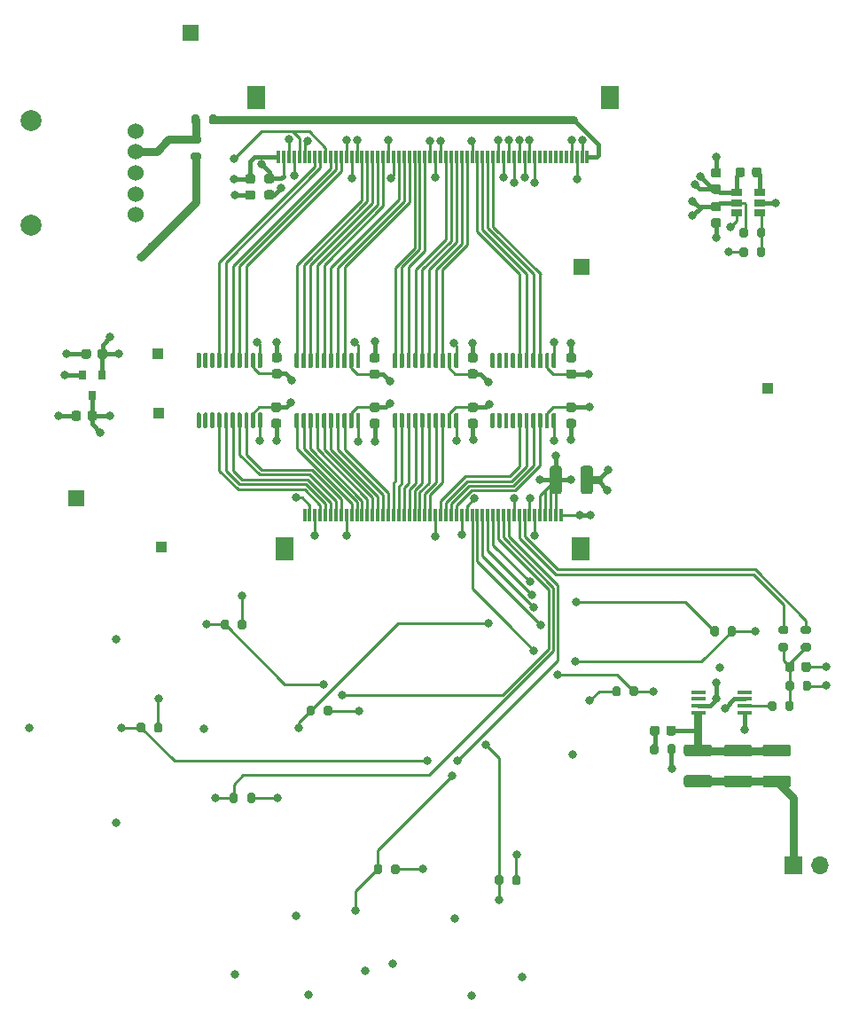
<source format=gbl>
G04 #@! TF.GenerationSoftware,KiCad,Pcbnew,(5.1.10-1-10_14)*
G04 #@! TF.CreationDate,2021-10-14T11:19:08+02:00*
G04 #@! TF.ProjectId,hi-board,68692d62-6f61-4726-942e-6b696361645f,rev?*
G04 #@! TF.SameCoordinates,Original*
G04 #@! TF.FileFunction,Copper,L4,Bot*
G04 #@! TF.FilePolarity,Positive*
%FSLAX46Y46*%
G04 Gerber Fmt 4.6, Leading zero omitted, Abs format (unit mm)*
G04 Created by KiCad (PCBNEW (5.1.10-1-10_14)) date 2021-10-14 11:19:08*
%MOMM*%
%LPD*%
G01*
G04 APERTURE LIST*
G04 #@! TA.AperFunction,SMDPad,CuDef*
%ADD10R,0.300000X1.300000*%
G04 #@! TD*
G04 #@! TA.AperFunction,SMDPad,CuDef*
%ADD11R,1.800000X2.200000*%
G04 #@! TD*
G04 #@! TA.AperFunction,ComponentPad*
%ADD12R,1.700000X1.700000*%
G04 #@! TD*
G04 #@! TA.AperFunction,ComponentPad*
%ADD13O,1.700000X1.700000*%
G04 #@! TD*
G04 #@! TA.AperFunction,ComponentPad*
%ADD14C,1.524000*%
G04 #@! TD*
G04 #@! TA.AperFunction,ComponentPad*
%ADD15C,2.000000*%
G04 #@! TD*
G04 #@! TA.AperFunction,SMDPad,CuDef*
%ADD16R,1.450000X0.450000*%
G04 #@! TD*
G04 #@! TA.AperFunction,SMDPad,CuDef*
%ADD17R,1.060000X0.650000*%
G04 #@! TD*
G04 #@! TA.AperFunction,SMDPad,CuDef*
%ADD18R,0.800000X0.900000*%
G04 #@! TD*
G04 #@! TA.AperFunction,ComponentPad*
%ADD19R,1.500000X1.500000*%
G04 #@! TD*
G04 #@! TA.AperFunction,ComponentPad*
%ADD20R,1.000000X1.000000*%
G04 #@! TD*
G04 #@! TA.AperFunction,ViaPad*
%ADD21C,0.800000*%
G04 #@! TD*
G04 #@! TA.AperFunction,Conductor*
%ADD22C,0.800000*%
G04 #@! TD*
G04 #@! TA.AperFunction,Conductor*
%ADD23C,0.250000*%
G04 #@! TD*
G04 #@! TA.AperFunction,Conductor*
%ADD24C,0.400000*%
G04 #@! TD*
G04 APERTURE END LIST*
G04 #@! TA.AperFunction,SMDPad,CuDef*
G36*
G01*
X74155000Y33070000D02*
X74155000Y33570000D01*
G75*
G02*
X74380000Y33795000I225000J0D01*
G01*
X74830000Y33795000D01*
G75*
G02*
X75055000Y33570000I0J-225000D01*
G01*
X75055000Y33070000D01*
G75*
G02*
X74830000Y32845000I-225000J0D01*
G01*
X74380000Y32845000D01*
G75*
G02*
X74155000Y33070000I0J225000D01*
G01*
G37*
G04 #@! TD.AperFunction*
G04 #@! TA.AperFunction,SMDPad,CuDef*
G36*
G01*
X75705000Y33070000D02*
X75705000Y33570000D01*
G75*
G02*
X75930000Y33795000I225000J0D01*
G01*
X76380000Y33795000D01*
G75*
G02*
X76605000Y33570000I0J-225000D01*
G01*
X76605000Y33070000D01*
G75*
G02*
X76380000Y32845000I-225000J0D01*
G01*
X75930000Y32845000D01*
G75*
G02*
X75705000Y33070000I0J225000D01*
G01*
G37*
G04 #@! TD.AperFunction*
G04 #@! TA.AperFunction,SMDPad,CuDef*
G36*
G01*
X62155000Y27470000D02*
X62155000Y26970000D01*
G75*
G02*
X61930000Y26745000I-225000J0D01*
G01*
X61480000Y26745000D01*
G75*
G02*
X61255000Y26970000I0J225000D01*
G01*
X61255000Y27470000D01*
G75*
G02*
X61480000Y27695000I225000J0D01*
G01*
X61930000Y27695000D01*
G75*
G02*
X62155000Y27470000I0J-225000D01*
G01*
G37*
G04 #@! TD.AperFunction*
G04 #@! TA.AperFunction,SMDPad,CuDef*
G36*
G01*
X63705000Y27470000D02*
X63705000Y26970000D01*
G75*
G02*
X63480000Y26745000I-225000J0D01*
G01*
X63030000Y26745000D01*
G75*
G02*
X62805000Y26970000I0J225000D01*
G01*
X62805000Y27470000D01*
G75*
G02*
X63030000Y27695000I225000J0D01*
G01*
X63480000Y27695000D01*
G75*
G02*
X63705000Y27470000I0J-225000D01*
G01*
G37*
G04 #@! TD.AperFunction*
G04 #@! TA.AperFunction,SMDPad,CuDef*
G36*
G01*
X67800000Y78495000D02*
X67300000Y78495000D01*
G75*
G02*
X67075000Y78720000I0J225000D01*
G01*
X67075000Y79170000D01*
G75*
G02*
X67300000Y79395000I225000J0D01*
G01*
X67800000Y79395000D01*
G75*
G02*
X68025000Y79170000I0J-225000D01*
G01*
X68025000Y78720000D01*
G75*
G02*
X67800000Y78495000I-225000J0D01*
G01*
G37*
G04 #@! TD.AperFunction*
G04 #@! TA.AperFunction,SMDPad,CuDef*
G36*
G01*
X67800000Y80045000D02*
X67300000Y80045000D01*
G75*
G02*
X67075000Y80270000I0J225000D01*
G01*
X67075000Y80720000D01*
G75*
G02*
X67300000Y80945000I225000J0D01*
G01*
X67800000Y80945000D01*
G75*
G02*
X68025000Y80720000I0J-225000D01*
G01*
X68025000Y80270000D01*
G75*
G02*
X67800000Y80045000I-225000J0D01*
G01*
G37*
G04 #@! TD.AperFunction*
G04 #@! TA.AperFunction,SMDPad,CuDef*
G36*
G01*
X67300000Y76165000D02*
X67800000Y76165000D01*
G75*
G02*
X68025000Y75940000I0J-225000D01*
G01*
X68025000Y75490000D01*
G75*
G02*
X67800000Y75265000I-225000J0D01*
G01*
X67300000Y75265000D01*
G75*
G02*
X67075000Y75490000I0J225000D01*
G01*
X67075000Y75940000D01*
G75*
G02*
X67300000Y76165000I225000J0D01*
G01*
G37*
G04 #@! TD.AperFunction*
G04 #@! TA.AperFunction,SMDPad,CuDef*
G36*
G01*
X67300000Y77715000D02*
X67800000Y77715000D01*
G75*
G02*
X68025000Y77490000I0J-225000D01*
G01*
X68025000Y77040000D01*
G75*
G02*
X67800000Y76815000I-225000J0D01*
G01*
X67300000Y76815000D01*
G75*
G02*
X67075000Y77040000I0J225000D01*
G01*
X67075000Y77490000D01*
G75*
G02*
X67300000Y77715000I225000J0D01*
G01*
G37*
G04 #@! TD.AperFunction*
G04 #@! TA.AperFunction,SMDPad,CuDef*
G36*
G01*
X8435000Y57550000D02*
X8435000Y57050000D01*
G75*
G02*
X8210000Y56825000I-225000J0D01*
G01*
X7760000Y56825000D01*
G75*
G02*
X7535000Y57050000I0J225000D01*
G01*
X7535000Y57550000D01*
G75*
G02*
X7760000Y57775000I225000J0D01*
G01*
X8210000Y57775000D01*
G75*
G02*
X8435000Y57550000I0J-225000D01*
G01*
G37*
G04 #@! TD.AperFunction*
G04 #@! TA.AperFunction,SMDPad,CuDef*
G36*
G01*
X6885000Y57550000D02*
X6885000Y57050000D01*
G75*
G02*
X6660000Y56825000I-225000J0D01*
G01*
X6210000Y56825000D01*
G75*
G02*
X5985000Y57050000I0J225000D01*
G01*
X5985000Y57550000D01*
G75*
G02*
X6210000Y57775000I225000J0D01*
G01*
X6660000Y57775000D01*
G75*
G02*
X6885000Y57550000I0J-225000D01*
G01*
G37*
G04 #@! TD.AperFunction*
G04 #@! TA.AperFunction,SMDPad,CuDef*
G36*
G01*
X9395000Y63460000D02*
X9395000Y62960000D01*
G75*
G02*
X9170000Y62735000I-225000J0D01*
G01*
X8720000Y62735000D01*
G75*
G02*
X8495000Y62960000I0J225000D01*
G01*
X8495000Y63460000D01*
G75*
G02*
X8720000Y63685000I225000J0D01*
G01*
X9170000Y63685000D01*
G75*
G02*
X9395000Y63460000I0J-225000D01*
G01*
G37*
G04 #@! TD.AperFunction*
G04 #@! TA.AperFunction,SMDPad,CuDef*
G36*
G01*
X7845000Y63460000D02*
X7845000Y62960000D01*
G75*
G02*
X7620000Y62735000I-225000J0D01*
G01*
X7170000Y62735000D01*
G75*
G02*
X6945000Y62960000I0J225000D01*
G01*
X6945000Y63460000D01*
G75*
G02*
X7170000Y63685000I225000J0D01*
G01*
X7620000Y63685000D01*
G75*
G02*
X7845000Y63460000I0J-225000D01*
G01*
G37*
G04 #@! TD.AperFunction*
G04 #@! TA.AperFunction,SMDPad,CuDef*
G36*
G01*
X53970000Y60835000D02*
X53470000Y60835000D01*
G75*
G02*
X53245000Y61060000I0J225000D01*
G01*
X53245000Y61510000D01*
G75*
G02*
X53470000Y61735000I225000J0D01*
G01*
X53970000Y61735000D01*
G75*
G02*
X54195000Y61510000I0J-225000D01*
G01*
X54195000Y61060000D01*
G75*
G02*
X53970000Y60835000I-225000J0D01*
G01*
G37*
G04 #@! TD.AperFunction*
G04 #@! TA.AperFunction,SMDPad,CuDef*
G36*
G01*
X53970000Y62385000D02*
X53470000Y62385000D01*
G75*
G02*
X53245000Y62610000I0J225000D01*
G01*
X53245000Y63060000D01*
G75*
G02*
X53470000Y63285000I225000J0D01*
G01*
X53970000Y63285000D01*
G75*
G02*
X54195000Y63060000I0J-225000D01*
G01*
X54195000Y62610000D01*
G75*
G02*
X53970000Y62385000I-225000J0D01*
G01*
G37*
G04 #@! TD.AperFunction*
G04 #@! TA.AperFunction,SMDPad,CuDef*
G36*
G01*
X44560000Y62395000D02*
X44060000Y62395000D01*
G75*
G02*
X43835000Y62620000I0J225000D01*
G01*
X43835000Y63070000D01*
G75*
G02*
X44060000Y63295000I225000J0D01*
G01*
X44560000Y63295000D01*
G75*
G02*
X44785000Y63070000I0J-225000D01*
G01*
X44785000Y62620000D01*
G75*
G02*
X44560000Y62395000I-225000J0D01*
G01*
G37*
G04 #@! TD.AperFunction*
G04 #@! TA.AperFunction,SMDPad,CuDef*
G36*
G01*
X44560000Y60845000D02*
X44060000Y60845000D01*
G75*
G02*
X43835000Y61070000I0J225000D01*
G01*
X43835000Y61520000D01*
G75*
G02*
X44060000Y61745000I225000J0D01*
G01*
X44560000Y61745000D01*
G75*
G02*
X44785000Y61520000I0J-225000D01*
G01*
X44785000Y61070000D01*
G75*
G02*
X44560000Y60845000I-225000J0D01*
G01*
G37*
G04 #@! TD.AperFunction*
G04 #@! TA.AperFunction,SMDPad,CuDef*
G36*
G01*
X35190000Y60835000D02*
X34690000Y60835000D01*
G75*
G02*
X34465000Y61060000I0J225000D01*
G01*
X34465000Y61510000D01*
G75*
G02*
X34690000Y61735000I225000J0D01*
G01*
X35190000Y61735000D01*
G75*
G02*
X35415000Y61510000I0J-225000D01*
G01*
X35415000Y61060000D01*
G75*
G02*
X35190000Y60835000I-225000J0D01*
G01*
G37*
G04 #@! TD.AperFunction*
G04 #@! TA.AperFunction,SMDPad,CuDef*
G36*
G01*
X35190000Y62385000D02*
X34690000Y62385000D01*
G75*
G02*
X34465000Y62610000I0J225000D01*
G01*
X34465000Y63060000D01*
G75*
G02*
X34690000Y63285000I225000J0D01*
G01*
X35190000Y63285000D01*
G75*
G02*
X35415000Y63060000I0J-225000D01*
G01*
X35415000Y62610000D01*
G75*
G02*
X35190000Y62385000I-225000J0D01*
G01*
G37*
G04 #@! TD.AperFunction*
G04 #@! TA.AperFunction,SMDPad,CuDef*
G36*
G01*
X25850000Y62415000D02*
X25350000Y62415000D01*
G75*
G02*
X25125000Y62640000I0J225000D01*
G01*
X25125000Y63090000D01*
G75*
G02*
X25350000Y63315000I225000J0D01*
G01*
X25850000Y63315000D01*
G75*
G02*
X26075000Y63090000I0J-225000D01*
G01*
X26075000Y62640000D01*
G75*
G02*
X25850000Y62415000I-225000J0D01*
G01*
G37*
G04 #@! TD.AperFunction*
G04 #@! TA.AperFunction,SMDPad,CuDef*
G36*
G01*
X25850000Y60865000D02*
X25350000Y60865000D01*
G75*
G02*
X25125000Y61090000I0J225000D01*
G01*
X25125000Y61540000D01*
G75*
G02*
X25350000Y61765000I225000J0D01*
G01*
X25850000Y61765000D01*
G75*
G02*
X26075000Y61540000I0J-225000D01*
G01*
X26075000Y61090000D01*
G75*
G02*
X25850000Y60865000I-225000J0D01*
G01*
G37*
G04 #@! TD.AperFunction*
G04 #@! TA.AperFunction,SMDPad,CuDef*
G36*
G01*
X22820000Y80375000D02*
X23320000Y80375000D01*
G75*
G02*
X23545000Y80150000I0J-225000D01*
G01*
X23545000Y79700000D01*
G75*
G02*
X23320000Y79475000I-225000J0D01*
G01*
X22820000Y79475000D01*
G75*
G02*
X22595000Y79700000I0J225000D01*
G01*
X22595000Y80150000D01*
G75*
G02*
X22820000Y80375000I225000J0D01*
G01*
G37*
G04 #@! TD.AperFunction*
G04 #@! TA.AperFunction,SMDPad,CuDef*
G36*
G01*
X22820000Y78825000D02*
X23320000Y78825000D01*
G75*
G02*
X23545000Y78600000I0J-225000D01*
G01*
X23545000Y78150000D01*
G75*
G02*
X23320000Y77925000I-225000J0D01*
G01*
X22820000Y77925000D01*
G75*
G02*
X22595000Y78150000I0J225000D01*
G01*
X22595000Y78600000D01*
G75*
G02*
X22820000Y78825000I225000J0D01*
G01*
G37*
G04 #@! TD.AperFunction*
G04 #@! TA.AperFunction,SMDPad,CuDef*
G36*
G01*
X24630000Y78845000D02*
X25130000Y78845000D01*
G75*
G02*
X25355000Y78620000I0J-225000D01*
G01*
X25355000Y78170000D01*
G75*
G02*
X25130000Y77945000I-225000J0D01*
G01*
X24630000Y77945000D01*
G75*
G02*
X24405000Y78170000I0J225000D01*
G01*
X24405000Y78620000D01*
G75*
G02*
X24630000Y78845000I225000J0D01*
G01*
G37*
G04 #@! TD.AperFunction*
G04 #@! TA.AperFunction,SMDPad,CuDef*
G36*
G01*
X24630000Y80395000D02*
X25130000Y80395000D01*
G75*
G02*
X25355000Y80170000I0J-225000D01*
G01*
X25355000Y79720000D01*
G75*
G02*
X25130000Y79495000I-225000J0D01*
G01*
X24630000Y79495000D01*
G75*
G02*
X24405000Y79720000I0J225000D01*
G01*
X24405000Y80170000D01*
G75*
G02*
X24630000Y80395000I225000J0D01*
G01*
G37*
G04 #@! TD.AperFunction*
G04 #@! TA.AperFunction,SMDPad,CuDef*
G36*
G01*
X53460000Y58555000D02*
X53960000Y58555000D01*
G75*
G02*
X54185000Y58330000I0J-225000D01*
G01*
X54185000Y57880000D01*
G75*
G02*
X53960000Y57655000I-225000J0D01*
G01*
X53460000Y57655000D01*
G75*
G02*
X53235000Y57880000I0J225000D01*
G01*
X53235000Y58330000D01*
G75*
G02*
X53460000Y58555000I225000J0D01*
G01*
G37*
G04 #@! TD.AperFunction*
G04 #@! TA.AperFunction,SMDPad,CuDef*
G36*
G01*
X53460000Y57005000D02*
X53960000Y57005000D01*
G75*
G02*
X54185000Y56780000I0J-225000D01*
G01*
X54185000Y56330000D01*
G75*
G02*
X53960000Y56105000I-225000J0D01*
G01*
X53460000Y56105000D01*
G75*
G02*
X53235000Y56330000I0J225000D01*
G01*
X53235000Y56780000D01*
G75*
G02*
X53460000Y57005000I225000J0D01*
G01*
G37*
G04 #@! TD.AperFunction*
G04 #@! TA.AperFunction,SMDPad,CuDef*
G36*
G01*
X44080000Y57005000D02*
X44580000Y57005000D01*
G75*
G02*
X44805000Y56780000I0J-225000D01*
G01*
X44805000Y56330000D01*
G75*
G02*
X44580000Y56105000I-225000J0D01*
G01*
X44080000Y56105000D01*
G75*
G02*
X43855000Y56330000I0J225000D01*
G01*
X43855000Y56780000D01*
G75*
G02*
X44080000Y57005000I225000J0D01*
G01*
G37*
G04 #@! TD.AperFunction*
G04 #@! TA.AperFunction,SMDPad,CuDef*
G36*
G01*
X44080000Y58555000D02*
X44580000Y58555000D01*
G75*
G02*
X44805000Y58330000I0J-225000D01*
G01*
X44805000Y57880000D01*
G75*
G02*
X44580000Y57655000I-225000J0D01*
G01*
X44080000Y57655000D01*
G75*
G02*
X43855000Y57880000I0J225000D01*
G01*
X43855000Y58330000D01*
G75*
G02*
X44080000Y58555000I225000J0D01*
G01*
G37*
G04 #@! TD.AperFunction*
G04 #@! TA.AperFunction,SMDPad,CuDef*
G36*
G01*
X34700000Y57005000D02*
X35200000Y57005000D01*
G75*
G02*
X35425000Y56780000I0J-225000D01*
G01*
X35425000Y56330000D01*
G75*
G02*
X35200000Y56105000I-225000J0D01*
G01*
X34700000Y56105000D01*
G75*
G02*
X34475000Y56330000I0J225000D01*
G01*
X34475000Y56780000D01*
G75*
G02*
X34700000Y57005000I225000J0D01*
G01*
G37*
G04 #@! TD.AperFunction*
G04 #@! TA.AperFunction,SMDPad,CuDef*
G36*
G01*
X34700000Y58555000D02*
X35200000Y58555000D01*
G75*
G02*
X35425000Y58330000I0J-225000D01*
G01*
X35425000Y57880000D01*
G75*
G02*
X35200000Y57655000I-225000J0D01*
G01*
X34700000Y57655000D01*
G75*
G02*
X34475000Y57880000I0J225000D01*
G01*
X34475000Y58330000D01*
G75*
G02*
X34700000Y58555000I225000J0D01*
G01*
G37*
G04 #@! TD.AperFunction*
G04 #@! TA.AperFunction,SMDPad,CuDef*
G36*
G01*
X25290000Y57015000D02*
X25790000Y57015000D01*
G75*
G02*
X26015000Y56790000I0J-225000D01*
G01*
X26015000Y56340000D01*
G75*
G02*
X25790000Y56115000I-225000J0D01*
G01*
X25290000Y56115000D01*
G75*
G02*
X25065000Y56340000I0J225000D01*
G01*
X25065000Y56790000D01*
G75*
G02*
X25290000Y57015000I225000J0D01*
G01*
G37*
G04 #@! TD.AperFunction*
G04 #@! TA.AperFunction,SMDPad,CuDef*
G36*
G01*
X25290000Y58565000D02*
X25790000Y58565000D01*
G75*
G02*
X26015000Y58340000I0J-225000D01*
G01*
X26015000Y57890000D01*
G75*
G02*
X25790000Y57665000I-225000J0D01*
G01*
X25290000Y57665000D01*
G75*
G02*
X25065000Y57890000I0J225000D01*
G01*
X25065000Y58340000D01*
G75*
G02*
X25290000Y58565000I225000J0D01*
G01*
G37*
G04 #@! TD.AperFunction*
D10*
X28250000Y47850000D03*
X28750000Y47850000D03*
X29250000Y47850000D03*
X29750000Y47850000D03*
X30250000Y47850000D03*
X30750000Y47850000D03*
X31250000Y47850000D03*
X31750000Y47850000D03*
X32250000Y47850000D03*
X32750000Y47850000D03*
X33250000Y47850000D03*
X33750000Y47850000D03*
X34250000Y47850000D03*
X34750000Y47850000D03*
X35250000Y47850000D03*
X35750000Y47850000D03*
X36250000Y47850000D03*
X36750000Y47850000D03*
X37250000Y47850000D03*
X37750000Y47850000D03*
X38250000Y47850000D03*
X38750000Y47850000D03*
X39250000Y47850000D03*
X39750000Y47850000D03*
X40250000Y47850000D03*
X40750000Y47850000D03*
X41250000Y47850000D03*
X41750000Y47850000D03*
X42250000Y47850000D03*
X42750000Y47850000D03*
X43250000Y47850000D03*
X43750000Y47850000D03*
X44250000Y47850000D03*
X44750000Y47850000D03*
X45250000Y47850000D03*
X45750000Y47850000D03*
X46250000Y47850000D03*
X46750000Y47850000D03*
X47250000Y47850000D03*
X47750000Y47850000D03*
X48250000Y47850000D03*
X48750000Y47850000D03*
X49250000Y47850000D03*
X49750000Y47850000D03*
X50250000Y47850000D03*
X50750000Y47850000D03*
X51250000Y47850000D03*
X51750000Y47850000D03*
X52250000Y47850000D03*
X52750000Y47850000D03*
D11*
X54650000Y44600000D03*
X26350000Y44600000D03*
D12*
X74930000Y14340000D03*
D13*
X77470000Y14340000D03*
G04 #@! TA.AperFunction,SMDPad,CuDef*
G36*
G01*
X69425000Y80303750D02*
X69425000Y80816250D01*
G75*
G02*
X69643750Y81035000I218750J0D01*
G01*
X70081250Y81035000D01*
G75*
G02*
X70300000Y80816250I0J-218750D01*
G01*
X70300000Y80303750D01*
G75*
G02*
X70081250Y80085000I-218750J0D01*
G01*
X69643750Y80085000D01*
G75*
G02*
X69425000Y80303750I0J218750D01*
G01*
G37*
G04 #@! TD.AperFunction*
G04 #@! TA.AperFunction,SMDPad,CuDef*
G36*
G01*
X71000000Y80303750D02*
X71000000Y80816250D01*
G75*
G02*
X71218750Y81035000I218750J0D01*
G01*
X71656250Y81035000D01*
G75*
G02*
X71875000Y80816250I0J-218750D01*
G01*
X71875000Y80303750D01*
G75*
G02*
X71656250Y80085000I-218750J0D01*
G01*
X71218750Y80085000D01*
G75*
G02*
X71000000Y80303750I0J218750D01*
G01*
G37*
G04 #@! TD.AperFunction*
G04 #@! TA.AperFunction,SMDPad,CuDef*
G36*
G01*
X74265000Y34805000D02*
X73715000Y34805000D01*
G75*
G02*
X73515000Y35005000I0J200000D01*
G01*
X73515000Y35405000D01*
G75*
G02*
X73715000Y35605000I200000J0D01*
G01*
X74265000Y35605000D01*
G75*
G02*
X74465000Y35405000I0J-200000D01*
G01*
X74465000Y35005000D01*
G75*
G02*
X74265000Y34805000I-200000J0D01*
G01*
G37*
G04 #@! TD.AperFunction*
G04 #@! TA.AperFunction,SMDPad,CuDef*
G36*
G01*
X74265000Y36455000D02*
X73715000Y36455000D01*
G75*
G02*
X73515000Y36655000I0J200000D01*
G01*
X73515000Y37055000D01*
G75*
G02*
X73715000Y37255000I200000J0D01*
G01*
X74265000Y37255000D01*
G75*
G02*
X74465000Y37055000I0J-200000D01*
G01*
X74465000Y36655000D01*
G75*
G02*
X74265000Y36455000I-200000J0D01*
G01*
G37*
G04 #@! TD.AperFunction*
G04 #@! TA.AperFunction,SMDPad,CuDef*
G36*
G01*
X76405000Y34795000D02*
X75855000Y34795000D01*
G75*
G02*
X75655000Y34995000I0J200000D01*
G01*
X75655000Y35395000D01*
G75*
G02*
X75855000Y35595000I200000J0D01*
G01*
X76405000Y35595000D01*
G75*
G02*
X76605000Y35395000I0J-200000D01*
G01*
X76605000Y34995000D01*
G75*
G02*
X76405000Y34795000I-200000J0D01*
G01*
G37*
G04 #@! TD.AperFunction*
G04 #@! TA.AperFunction,SMDPad,CuDef*
G36*
G01*
X76405000Y36445000D02*
X75855000Y36445000D01*
G75*
G02*
X75655000Y36645000I0J200000D01*
G01*
X75655000Y37045000D01*
G75*
G02*
X75855000Y37245000I200000J0D01*
G01*
X76405000Y37245000D01*
G75*
G02*
X76605000Y37045000I0J-200000D01*
G01*
X76605000Y36645000D01*
G75*
G02*
X76405000Y36445000I-200000J0D01*
G01*
G37*
G04 #@! TD.AperFunction*
G04 #@! TA.AperFunction,SMDPad,CuDef*
G36*
G01*
X72525000Y29315000D02*
X72525000Y29865000D01*
G75*
G02*
X72725000Y30065000I200000J0D01*
G01*
X73125000Y30065000D01*
G75*
G02*
X73325000Y29865000I0J-200000D01*
G01*
X73325000Y29315000D01*
G75*
G02*
X73125000Y29115000I-200000J0D01*
G01*
X72725000Y29115000D01*
G75*
G02*
X72525000Y29315000I0J200000D01*
G01*
G37*
G04 #@! TD.AperFunction*
G04 #@! TA.AperFunction,SMDPad,CuDef*
G36*
G01*
X74175000Y29315000D02*
X74175000Y29865000D01*
G75*
G02*
X74375000Y30065000I200000J0D01*
G01*
X74775000Y30065000D01*
G75*
G02*
X74975000Y29865000I0J-200000D01*
G01*
X74975000Y29315000D01*
G75*
G02*
X74775000Y29115000I-200000J0D01*
G01*
X74375000Y29115000D01*
G75*
G02*
X74175000Y29315000I0J200000D01*
G01*
G37*
G04 #@! TD.AperFunction*
G04 #@! TA.AperFunction,SMDPad,CuDef*
G36*
G01*
X74185000Y31225000D02*
X74185000Y31775000D01*
G75*
G02*
X74385000Y31975000I200000J0D01*
G01*
X74785000Y31975000D01*
G75*
G02*
X74985000Y31775000I0J-200000D01*
G01*
X74985000Y31225000D01*
G75*
G02*
X74785000Y31025000I-200000J0D01*
G01*
X74385000Y31025000D01*
G75*
G02*
X74185000Y31225000I0J200000D01*
G01*
G37*
G04 #@! TD.AperFunction*
G04 #@! TA.AperFunction,SMDPad,CuDef*
G36*
G01*
X75835000Y31225000D02*
X75835000Y31775000D01*
G75*
G02*
X76035000Y31975000I200000J0D01*
G01*
X76435000Y31975000D01*
G75*
G02*
X76635000Y31775000I0J-200000D01*
G01*
X76635000Y31225000D01*
G75*
G02*
X76435000Y31025000I-200000J0D01*
G01*
X76035000Y31025000D01*
G75*
G02*
X75835000Y31225000I0J200000D01*
G01*
G37*
G04 #@! TD.AperFunction*
G04 #@! TA.AperFunction,SMDPad,CuDef*
G36*
G01*
X62895000Y25175000D02*
X62895000Y25725000D01*
G75*
G02*
X63095000Y25925000I200000J0D01*
G01*
X63495000Y25925000D01*
G75*
G02*
X63695000Y25725000I0J-200000D01*
G01*
X63695000Y25175000D01*
G75*
G02*
X63495000Y24975000I-200000J0D01*
G01*
X63095000Y24975000D01*
G75*
G02*
X62895000Y25175000I0J200000D01*
G01*
G37*
G04 #@! TD.AperFunction*
G04 #@! TA.AperFunction,SMDPad,CuDef*
G36*
G01*
X61245000Y25175000D02*
X61245000Y25725000D01*
G75*
G02*
X61445000Y25925000I200000J0D01*
G01*
X61845000Y25925000D01*
G75*
G02*
X62045000Y25725000I0J-200000D01*
G01*
X62045000Y25175000D01*
G75*
G02*
X61845000Y24975000I-200000J0D01*
G01*
X61445000Y24975000D01*
G75*
G02*
X61245000Y25175000I0J200000D01*
G01*
G37*
G04 #@! TD.AperFunction*
G04 #@! TA.AperFunction,SMDPad,CuDef*
G36*
G01*
X19905000Y85865000D02*
X19905000Y85315000D01*
G75*
G02*
X19705000Y85115000I-200000J0D01*
G01*
X19305000Y85115000D01*
G75*
G02*
X19105000Y85315000I0J200000D01*
G01*
X19105000Y85865000D01*
G75*
G02*
X19305000Y86065000I200000J0D01*
G01*
X19705000Y86065000D01*
G75*
G02*
X19905000Y85865000I0J-200000D01*
G01*
G37*
G04 #@! TD.AperFunction*
G04 #@! TA.AperFunction,SMDPad,CuDef*
G36*
G01*
X18255000Y85865000D02*
X18255000Y85315000D01*
G75*
G02*
X18055000Y85115000I-200000J0D01*
G01*
X17655000Y85115000D01*
G75*
G02*
X17455000Y85315000I0J200000D01*
G01*
X17455000Y85865000D01*
G75*
G02*
X17655000Y86065000I200000J0D01*
G01*
X18055000Y86065000D01*
G75*
G02*
X18255000Y85865000I0J-200000D01*
G01*
G37*
G04 #@! TD.AperFunction*
G04 #@! TA.AperFunction,SMDPad,CuDef*
G36*
G01*
X69805000Y74505000D02*
X69805000Y75055000D01*
G75*
G02*
X70005000Y75255000I200000J0D01*
G01*
X70405000Y75255000D01*
G75*
G02*
X70605000Y75055000I0J-200000D01*
G01*
X70605000Y74505000D01*
G75*
G02*
X70405000Y74305000I-200000J0D01*
G01*
X70005000Y74305000D01*
G75*
G02*
X69805000Y74505000I0J200000D01*
G01*
G37*
G04 #@! TD.AperFunction*
G04 #@! TA.AperFunction,SMDPad,CuDef*
G36*
G01*
X71455000Y74505000D02*
X71455000Y75055000D01*
G75*
G02*
X71655000Y75255000I200000J0D01*
G01*
X72055000Y75255000D01*
G75*
G02*
X72255000Y75055000I0J-200000D01*
G01*
X72255000Y74505000D01*
G75*
G02*
X72055000Y74305000I-200000J0D01*
G01*
X71655000Y74305000D01*
G75*
G02*
X71455000Y74505000I0J200000D01*
G01*
G37*
G04 #@! TD.AperFunction*
G04 #@! TA.AperFunction,SMDPad,CuDef*
G36*
G01*
X70605000Y73215000D02*
X70605000Y72665000D01*
G75*
G02*
X70405000Y72465000I-200000J0D01*
G01*
X70005000Y72465000D01*
G75*
G02*
X69805000Y72665000I0J200000D01*
G01*
X69805000Y73215000D01*
G75*
G02*
X70005000Y73415000I200000J0D01*
G01*
X70405000Y73415000D01*
G75*
G02*
X70605000Y73215000I0J-200000D01*
G01*
G37*
G04 #@! TD.AperFunction*
G04 #@! TA.AperFunction,SMDPad,CuDef*
G36*
G01*
X72255000Y73215000D02*
X72255000Y72665000D01*
G75*
G02*
X72055000Y72465000I-200000J0D01*
G01*
X71655000Y72465000D01*
G75*
G02*
X71455000Y72665000I0J200000D01*
G01*
X71455000Y73215000D01*
G75*
G02*
X71655000Y73415000I200000J0D01*
G01*
X72055000Y73415000D01*
G75*
G02*
X72255000Y73215000I0J-200000D01*
G01*
G37*
G04 #@! TD.AperFunction*
G04 #@! TA.AperFunction,SMDPad,CuDef*
G36*
G01*
X21045000Y37635000D02*
X21045000Y37085000D01*
G75*
G02*
X20845000Y36885000I-200000J0D01*
G01*
X20445000Y36885000D01*
G75*
G02*
X20245000Y37085000I0J200000D01*
G01*
X20245000Y37635000D01*
G75*
G02*
X20445000Y37835000I200000J0D01*
G01*
X20845000Y37835000D01*
G75*
G02*
X21045000Y37635000I0J-200000D01*
G01*
G37*
G04 #@! TD.AperFunction*
G04 #@! TA.AperFunction,SMDPad,CuDef*
G36*
G01*
X22695000Y37635000D02*
X22695000Y37085000D01*
G75*
G02*
X22495000Y36885000I-200000J0D01*
G01*
X22095000Y36885000D01*
G75*
G02*
X21895000Y37085000I0J200000D01*
G01*
X21895000Y37635000D01*
G75*
G02*
X22095000Y37835000I200000J0D01*
G01*
X22495000Y37835000D01*
G75*
G02*
X22695000Y37635000I0J-200000D01*
G01*
G37*
G04 #@! TD.AperFunction*
G04 #@! TA.AperFunction,SMDPad,CuDef*
G36*
G01*
X68665000Y36445000D02*
X68665000Y36995000D01*
G75*
G02*
X68865000Y37195000I200000J0D01*
G01*
X69265000Y37195000D01*
G75*
G02*
X69465000Y36995000I0J-200000D01*
G01*
X69465000Y36445000D01*
G75*
G02*
X69265000Y36245000I-200000J0D01*
G01*
X68865000Y36245000D01*
G75*
G02*
X68665000Y36445000I0J200000D01*
G01*
G37*
G04 #@! TD.AperFunction*
G04 #@! TA.AperFunction,SMDPad,CuDef*
G36*
G01*
X67015000Y36445000D02*
X67015000Y36995000D01*
G75*
G02*
X67215000Y37195000I200000J0D01*
G01*
X67615000Y37195000D01*
G75*
G02*
X67815000Y36995000I0J-200000D01*
G01*
X67815000Y36445000D01*
G75*
G02*
X67615000Y36245000I-200000J0D01*
G01*
X67215000Y36245000D01*
G75*
G02*
X67015000Y36445000I0J200000D01*
G01*
G37*
G04 #@! TD.AperFunction*
G04 #@! TA.AperFunction,SMDPad,CuDef*
G36*
G01*
X21895000Y21075000D02*
X21895000Y20525000D01*
G75*
G02*
X21695000Y20325000I-200000J0D01*
G01*
X21295000Y20325000D01*
G75*
G02*
X21095000Y20525000I0J200000D01*
G01*
X21095000Y21075000D01*
G75*
G02*
X21295000Y21275000I200000J0D01*
G01*
X21695000Y21275000D01*
G75*
G02*
X21895000Y21075000I0J-200000D01*
G01*
G37*
G04 #@! TD.AperFunction*
G04 #@! TA.AperFunction,SMDPad,CuDef*
G36*
G01*
X23545000Y21075000D02*
X23545000Y20525000D01*
G75*
G02*
X23345000Y20325000I-200000J0D01*
G01*
X22945000Y20325000D01*
G75*
G02*
X22745000Y20525000I0J200000D01*
G01*
X22745000Y21075000D01*
G75*
G02*
X22945000Y21275000I200000J0D01*
G01*
X23345000Y21275000D01*
G75*
G02*
X23545000Y21075000I0J-200000D01*
G01*
G37*
G04 #@! TD.AperFunction*
G04 #@! TA.AperFunction,SMDPad,CuDef*
G36*
G01*
X57645000Y30715000D02*
X57645000Y31265000D01*
G75*
G02*
X57845000Y31465000I200000J0D01*
G01*
X58245000Y31465000D01*
G75*
G02*
X58445000Y31265000I0J-200000D01*
G01*
X58445000Y30715000D01*
G75*
G02*
X58245000Y30515000I-200000J0D01*
G01*
X57845000Y30515000D01*
G75*
G02*
X57645000Y30715000I0J200000D01*
G01*
G37*
G04 #@! TD.AperFunction*
G04 #@! TA.AperFunction,SMDPad,CuDef*
G36*
G01*
X59295000Y30715000D02*
X59295000Y31265000D01*
G75*
G02*
X59495000Y31465000I200000J0D01*
G01*
X59895000Y31465000D01*
G75*
G02*
X60095000Y31265000I0J-200000D01*
G01*
X60095000Y30715000D01*
G75*
G02*
X59895000Y30515000I-200000J0D01*
G01*
X59495000Y30515000D01*
G75*
G02*
X59295000Y30715000I0J200000D01*
G01*
G37*
G04 #@! TD.AperFunction*
G04 #@! TA.AperFunction,SMDPad,CuDef*
G36*
G01*
X13025000Y27795000D02*
X13025000Y27245000D01*
G75*
G02*
X12825000Y27045000I-200000J0D01*
G01*
X12425000Y27045000D01*
G75*
G02*
X12225000Y27245000I0J200000D01*
G01*
X12225000Y27795000D01*
G75*
G02*
X12425000Y27995000I200000J0D01*
G01*
X12825000Y27995000D01*
G75*
G02*
X13025000Y27795000I0J-200000D01*
G01*
G37*
G04 #@! TD.AperFunction*
G04 #@! TA.AperFunction,SMDPad,CuDef*
G36*
G01*
X14675000Y27795000D02*
X14675000Y27245000D01*
G75*
G02*
X14475000Y27045000I-200000J0D01*
G01*
X14075000Y27045000D01*
G75*
G02*
X13875000Y27245000I0J200000D01*
G01*
X13875000Y27795000D01*
G75*
G02*
X14075000Y27995000I200000J0D01*
G01*
X14475000Y27995000D01*
G75*
G02*
X14675000Y27795000I0J-200000D01*
G01*
G37*
G04 #@! TD.AperFunction*
G04 #@! TA.AperFunction,SMDPad,CuDef*
G36*
G01*
X47225000Y13215000D02*
X47225000Y12665000D01*
G75*
G02*
X47025000Y12465000I-200000J0D01*
G01*
X46625000Y12465000D01*
G75*
G02*
X46425000Y12665000I0J200000D01*
G01*
X46425000Y13215000D01*
G75*
G02*
X46625000Y13415000I200000J0D01*
G01*
X47025000Y13415000D01*
G75*
G02*
X47225000Y13215000I0J-200000D01*
G01*
G37*
G04 #@! TD.AperFunction*
G04 #@! TA.AperFunction,SMDPad,CuDef*
G36*
G01*
X48875000Y13215000D02*
X48875000Y12665000D01*
G75*
G02*
X48675000Y12465000I-200000J0D01*
G01*
X48275000Y12465000D01*
G75*
G02*
X48075000Y12665000I0J200000D01*
G01*
X48075000Y13215000D01*
G75*
G02*
X48275000Y13415000I200000J0D01*
G01*
X48675000Y13415000D01*
G75*
G02*
X48875000Y13215000I0J-200000D01*
G01*
G37*
G04 #@! TD.AperFunction*
G04 #@! TA.AperFunction,SMDPad,CuDef*
G36*
G01*
X29240000Y29415000D02*
X29240000Y28865000D01*
G75*
G02*
X29040000Y28665000I-200000J0D01*
G01*
X28640000Y28665000D01*
G75*
G02*
X28440000Y28865000I0J200000D01*
G01*
X28440000Y29415000D01*
G75*
G02*
X28640000Y29615000I200000J0D01*
G01*
X29040000Y29615000D01*
G75*
G02*
X29240000Y29415000I0J-200000D01*
G01*
G37*
G04 #@! TD.AperFunction*
G04 #@! TA.AperFunction,SMDPad,CuDef*
G36*
G01*
X30890000Y29415000D02*
X30890000Y28865000D01*
G75*
G02*
X30690000Y28665000I-200000J0D01*
G01*
X30290000Y28665000D01*
G75*
G02*
X30090000Y28865000I0J200000D01*
G01*
X30090000Y29415000D01*
G75*
G02*
X30290000Y29615000I200000J0D01*
G01*
X30690000Y29615000D01*
G75*
G02*
X30890000Y29415000I0J-200000D01*
G01*
G37*
G04 #@! TD.AperFunction*
G04 #@! TA.AperFunction,SMDPad,CuDef*
G36*
G01*
X37315000Y14285000D02*
X37315000Y13735000D01*
G75*
G02*
X37115000Y13535000I-200000J0D01*
G01*
X36715000Y13535000D01*
G75*
G02*
X36515000Y13735000I0J200000D01*
G01*
X36515000Y14285000D01*
G75*
G02*
X36715000Y14485000I200000J0D01*
G01*
X37115000Y14485000D01*
G75*
G02*
X37315000Y14285000I0J-200000D01*
G01*
G37*
G04 #@! TD.AperFunction*
G04 #@! TA.AperFunction,SMDPad,CuDef*
G36*
G01*
X35665000Y14285000D02*
X35665000Y13735000D01*
G75*
G02*
X35465000Y13535000I-200000J0D01*
G01*
X35065000Y13535000D01*
G75*
G02*
X34865000Y13735000I0J200000D01*
G01*
X34865000Y14285000D01*
G75*
G02*
X35065000Y14485000I200000J0D01*
G01*
X35465000Y14485000D01*
G75*
G02*
X35665000Y14285000I0J-200000D01*
G01*
G37*
G04 #@! TD.AperFunction*
G04 #@! TA.AperFunction,SMDPad,CuDef*
G36*
G01*
X18155000Y81625000D02*
X17605000Y81625000D01*
G75*
G02*
X17405000Y81825000I0J200000D01*
G01*
X17405000Y82225000D01*
G75*
G02*
X17605000Y82425000I200000J0D01*
G01*
X18155000Y82425000D01*
G75*
G02*
X18355000Y82225000I0J-200000D01*
G01*
X18355000Y81825000D01*
G75*
G02*
X18155000Y81625000I-200000J0D01*
G01*
G37*
G04 #@! TD.AperFunction*
G04 #@! TA.AperFunction,SMDPad,CuDef*
G36*
G01*
X18155000Y83275000D02*
X17605000Y83275000D01*
G75*
G02*
X17405000Y83475000I0J200000D01*
G01*
X17405000Y83875000D01*
G75*
G02*
X17605000Y84075000I200000J0D01*
G01*
X18155000Y84075000D01*
G75*
G02*
X18355000Y83875000I0J-200000D01*
G01*
X18355000Y83475000D01*
G75*
G02*
X18155000Y83275000I-200000J0D01*
G01*
G37*
G04 #@! TD.AperFunction*
D14*
X12100000Y84500000D03*
X12100000Y82500000D03*
X12100000Y80500000D03*
X12100000Y78500000D03*
X12100000Y76500000D03*
D15*
X2100000Y85500000D03*
X2100000Y75500000D03*
D16*
X70250000Y30905000D03*
X70250000Y30255000D03*
X70250000Y29605000D03*
X70250000Y28955000D03*
X65850000Y28955000D03*
X65850000Y29605000D03*
X65850000Y30255000D03*
X65850000Y30905000D03*
D10*
X25750000Y82000000D03*
X26250000Y82000000D03*
X26750000Y82000000D03*
X27250000Y82000000D03*
X27750000Y82000000D03*
X28250000Y82000000D03*
X28750000Y82000000D03*
X29250000Y82000000D03*
X29750000Y82000000D03*
X30250000Y82000000D03*
X30750000Y82000000D03*
X31250000Y82000000D03*
X31750000Y82000000D03*
X32250000Y82000000D03*
X32750000Y82000000D03*
X33250000Y82000000D03*
X33750000Y82000000D03*
X34250000Y82000000D03*
X34750000Y82000000D03*
X35250000Y82000000D03*
X35750000Y82000000D03*
X36250000Y82000000D03*
X36750000Y82000000D03*
X37250000Y82000000D03*
X37750000Y82000000D03*
X38250000Y82000000D03*
X38750000Y82000000D03*
X39250000Y82000000D03*
X39750000Y82000000D03*
X40250000Y82000000D03*
X40750000Y82000000D03*
X41250000Y82000000D03*
X41750000Y82000000D03*
X42250000Y82000000D03*
X42750000Y82000000D03*
X43250000Y82000000D03*
X43750000Y82000000D03*
X44250000Y82000000D03*
X44750000Y82000000D03*
X45250000Y82000000D03*
X45750000Y82000000D03*
X46250000Y82000000D03*
X46750000Y82000000D03*
X47250000Y82000000D03*
X47750000Y82000000D03*
X48250000Y82000000D03*
X48750000Y82000000D03*
X49250000Y82000000D03*
X49750000Y82000000D03*
X50250000Y82000000D03*
X50750000Y82000000D03*
X51250000Y82000000D03*
X51750000Y82000000D03*
X52250000Y82000000D03*
X52750000Y82000000D03*
X53250000Y82000000D03*
X53750000Y82000000D03*
X54250000Y82000000D03*
X54750000Y82000000D03*
X55250000Y82000000D03*
D11*
X23600000Y87650000D03*
X57400000Y87650000D03*
D17*
X71684999Y78594999D03*
X71684999Y77644999D03*
X71684999Y76694999D03*
X69484999Y76694999D03*
X69484999Y78594999D03*
X69484999Y77644999D03*
D18*
X7020000Y61210000D03*
X8920000Y61210000D03*
X7970000Y59210000D03*
G04 #@! TA.AperFunction,SMDPad,CuDef*
G36*
G01*
X52165000Y56100000D02*
X51965000Y56100000D01*
G75*
G02*
X51865000Y56200000I0J100000D01*
G01*
X51865000Y57475000D01*
G75*
G02*
X51965000Y57575000I100000J0D01*
G01*
X52165000Y57575000D01*
G75*
G02*
X52265000Y57475000I0J-100000D01*
G01*
X52265000Y56200000D01*
G75*
G02*
X52165000Y56100000I-100000J0D01*
G01*
G37*
G04 #@! TD.AperFunction*
G04 #@! TA.AperFunction,SMDPad,CuDef*
G36*
G01*
X51515000Y56100000D02*
X51315000Y56100000D01*
G75*
G02*
X51215000Y56200000I0J100000D01*
G01*
X51215000Y57475000D01*
G75*
G02*
X51315000Y57575000I100000J0D01*
G01*
X51515000Y57575000D01*
G75*
G02*
X51615000Y57475000I0J-100000D01*
G01*
X51615000Y56200000D01*
G75*
G02*
X51515000Y56100000I-100000J0D01*
G01*
G37*
G04 #@! TD.AperFunction*
G04 #@! TA.AperFunction,SMDPad,CuDef*
G36*
G01*
X50865000Y56100000D02*
X50665000Y56100000D01*
G75*
G02*
X50565000Y56200000I0J100000D01*
G01*
X50565000Y57475000D01*
G75*
G02*
X50665000Y57575000I100000J0D01*
G01*
X50865000Y57575000D01*
G75*
G02*
X50965000Y57475000I0J-100000D01*
G01*
X50965000Y56200000D01*
G75*
G02*
X50865000Y56100000I-100000J0D01*
G01*
G37*
G04 #@! TD.AperFunction*
G04 #@! TA.AperFunction,SMDPad,CuDef*
G36*
G01*
X50215000Y56100000D02*
X50015000Y56100000D01*
G75*
G02*
X49915000Y56200000I0J100000D01*
G01*
X49915000Y57475000D01*
G75*
G02*
X50015000Y57575000I100000J0D01*
G01*
X50215000Y57575000D01*
G75*
G02*
X50315000Y57475000I0J-100000D01*
G01*
X50315000Y56200000D01*
G75*
G02*
X50215000Y56100000I-100000J0D01*
G01*
G37*
G04 #@! TD.AperFunction*
G04 #@! TA.AperFunction,SMDPad,CuDef*
G36*
G01*
X49565000Y56100000D02*
X49365000Y56100000D01*
G75*
G02*
X49265000Y56200000I0J100000D01*
G01*
X49265000Y57475000D01*
G75*
G02*
X49365000Y57575000I100000J0D01*
G01*
X49565000Y57575000D01*
G75*
G02*
X49665000Y57475000I0J-100000D01*
G01*
X49665000Y56200000D01*
G75*
G02*
X49565000Y56100000I-100000J0D01*
G01*
G37*
G04 #@! TD.AperFunction*
G04 #@! TA.AperFunction,SMDPad,CuDef*
G36*
G01*
X48915000Y56100000D02*
X48715000Y56100000D01*
G75*
G02*
X48615000Y56200000I0J100000D01*
G01*
X48615000Y57475000D01*
G75*
G02*
X48715000Y57575000I100000J0D01*
G01*
X48915000Y57575000D01*
G75*
G02*
X49015000Y57475000I0J-100000D01*
G01*
X49015000Y56200000D01*
G75*
G02*
X48915000Y56100000I-100000J0D01*
G01*
G37*
G04 #@! TD.AperFunction*
G04 #@! TA.AperFunction,SMDPad,CuDef*
G36*
G01*
X48265000Y56100000D02*
X48065000Y56100000D01*
G75*
G02*
X47965000Y56200000I0J100000D01*
G01*
X47965000Y57475000D01*
G75*
G02*
X48065000Y57575000I100000J0D01*
G01*
X48265000Y57575000D01*
G75*
G02*
X48365000Y57475000I0J-100000D01*
G01*
X48365000Y56200000D01*
G75*
G02*
X48265000Y56100000I-100000J0D01*
G01*
G37*
G04 #@! TD.AperFunction*
G04 #@! TA.AperFunction,SMDPad,CuDef*
G36*
G01*
X47615000Y56100000D02*
X47415000Y56100000D01*
G75*
G02*
X47315000Y56200000I0J100000D01*
G01*
X47315000Y57475000D01*
G75*
G02*
X47415000Y57575000I100000J0D01*
G01*
X47615000Y57575000D01*
G75*
G02*
X47715000Y57475000I0J-100000D01*
G01*
X47715000Y56200000D01*
G75*
G02*
X47615000Y56100000I-100000J0D01*
G01*
G37*
G04 #@! TD.AperFunction*
G04 #@! TA.AperFunction,SMDPad,CuDef*
G36*
G01*
X46965000Y56100000D02*
X46765000Y56100000D01*
G75*
G02*
X46665000Y56200000I0J100000D01*
G01*
X46665000Y57475000D01*
G75*
G02*
X46765000Y57575000I100000J0D01*
G01*
X46965000Y57575000D01*
G75*
G02*
X47065000Y57475000I0J-100000D01*
G01*
X47065000Y56200000D01*
G75*
G02*
X46965000Y56100000I-100000J0D01*
G01*
G37*
G04 #@! TD.AperFunction*
G04 #@! TA.AperFunction,SMDPad,CuDef*
G36*
G01*
X46315000Y56100000D02*
X46115000Y56100000D01*
G75*
G02*
X46015000Y56200000I0J100000D01*
G01*
X46015000Y57475000D01*
G75*
G02*
X46115000Y57575000I100000J0D01*
G01*
X46315000Y57575000D01*
G75*
G02*
X46415000Y57475000I0J-100000D01*
G01*
X46415000Y56200000D01*
G75*
G02*
X46315000Y56100000I-100000J0D01*
G01*
G37*
G04 #@! TD.AperFunction*
G04 #@! TA.AperFunction,SMDPad,CuDef*
G36*
G01*
X46315000Y61825000D02*
X46115000Y61825000D01*
G75*
G02*
X46015000Y61925000I0J100000D01*
G01*
X46015000Y63200000D01*
G75*
G02*
X46115000Y63300000I100000J0D01*
G01*
X46315000Y63300000D01*
G75*
G02*
X46415000Y63200000I0J-100000D01*
G01*
X46415000Y61925000D01*
G75*
G02*
X46315000Y61825000I-100000J0D01*
G01*
G37*
G04 #@! TD.AperFunction*
G04 #@! TA.AperFunction,SMDPad,CuDef*
G36*
G01*
X46965000Y61825000D02*
X46765000Y61825000D01*
G75*
G02*
X46665000Y61925000I0J100000D01*
G01*
X46665000Y63200000D01*
G75*
G02*
X46765000Y63300000I100000J0D01*
G01*
X46965000Y63300000D01*
G75*
G02*
X47065000Y63200000I0J-100000D01*
G01*
X47065000Y61925000D01*
G75*
G02*
X46965000Y61825000I-100000J0D01*
G01*
G37*
G04 #@! TD.AperFunction*
G04 #@! TA.AperFunction,SMDPad,CuDef*
G36*
G01*
X47615000Y61825000D02*
X47415000Y61825000D01*
G75*
G02*
X47315000Y61925000I0J100000D01*
G01*
X47315000Y63200000D01*
G75*
G02*
X47415000Y63300000I100000J0D01*
G01*
X47615000Y63300000D01*
G75*
G02*
X47715000Y63200000I0J-100000D01*
G01*
X47715000Y61925000D01*
G75*
G02*
X47615000Y61825000I-100000J0D01*
G01*
G37*
G04 #@! TD.AperFunction*
G04 #@! TA.AperFunction,SMDPad,CuDef*
G36*
G01*
X48265000Y61825000D02*
X48065000Y61825000D01*
G75*
G02*
X47965000Y61925000I0J100000D01*
G01*
X47965000Y63200000D01*
G75*
G02*
X48065000Y63300000I100000J0D01*
G01*
X48265000Y63300000D01*
G75*
G02*
X48365000Y63200000I0J-100000D01*
G01*
X48365000Y61925000D01*
G75*
G02*
X48265000Y61825000I-100000J0D01*
G01*
G37*
G04 #@! TD.AperFunction*
G04 #@! TA.AperFunction,SMDPad,CuDef*
G36*
G01*
X48915000Y61825000D02*
X48715000Y61825000D01*
G75*
G02*
X48615000Y61925000I0J100000D01*
G01*
X48615000Y63200000D01*
G75*
G02*
X48715000Y63300000I100000J0D01*
G01*
X48915000Y63300000D01*
G75*
G02*
X49015000Y63200000I0J-100000D01*
G01*
X49015000Y61925000D01*
G75*
G02*
X48915000Y61825000I-100000J0D01*
G01*
G37*
G04 #@! TD.AperFunction*
G04 #@! TA.AperFunction,SMDPad,CuDef*
G36*
G01*
X49565000Y61825000D02*
X49365000Y61825000D01*
G75*
G02*
X49265000Y61925000I0J100000D01*
G01*
X49265000Y63200000D01*
G75*
G02*
X49365000Y63300000I100000J0D01*
G01*
X49565000Y63300000D01*
G75*
G02*
X49665000Y63200000I0J-100000D01*
G01*
X49665000Y61925000D01*
G75*
G02*
X49565000Y61825000I-100000J0D01*
G01*
G37*
G04 #@! TD.AperFunction*
G04 #@! TA.AperFunction,SMDPad,CuDef*
G36*
G01*
X50215000Y61825000D02*
X50015000Y61825000D01*
G75*
G02*
X49915000Y61925000I0J100000D01*
G01*
X49915000Y63200000D01*
G75*
G02*
X50015000Y63300000I100000J0D01*
G01*
X50215000Y63300000D01*
G75*
G02*
X50315000Y63200000I0J-100000D01*
G01*
X50315000Y61925000D01*
G75*
G02*
X50215000Y61825000I-100000J0D01*
G01*
G37*
G04 #@! TD.AperFunction*
G04 #@! TA.AperFunction,SMDPad,CuDef*
G36*
G01*
X50865000Y61825000D02*
X50665000Y61825000D01*
G75*
G02*
X50565000Y61925000I0J100000D01*
G01*
X50565000Y63200000D01*
G75*
G02*
X50665000Y63300000I100000J0D01*
G01*
X50865000Y63300000D01*
G75*
G02*
X50965000Y63200000I0J-100000D01*
G01*
X50965000Y61925000D01*
G75*
G02*
X50865000Y61825000I-100000J0D01*
G01*
G37*
G04 #@! TD.AperFunction*
G04 #@! TA.AperFunction,SMDPad,CuDef*
G36*
G01*
X51515000Y61825000D02*
X51315000Y61825000D01*
G75*
G02*
X51215000Y61925000I0J100000D01*
G01*
X51215000Y63200000D01*
G75*
G02*
X51315000Y63300000I100000J0D01*
G01*
X51515000Y63300000D01*
G75*
G02*
X51615000Y63200000I0J-100000D01*
G01*
X51615000Y61925000D01*
G75*
G02*
X51515000Y61825000I-100000J0D01*
G01*
G37*
G04 #@! TD.AperFunction*
G04 #@! TA.AperFunction,SMDPad,CuDef*
G36*
G01*
X52165000Y61825000D02*
X51965000Y61825000D01*
G75*
G02*
X51865000Y61925000I0J100000D01*
G01*
X51865000Y63200000D01*
G75*
G02*
X51965000Y63300000I100000J0D01*
G01*
X52165000Y63300000D01*
G75*
G02*
X52265000Y63200000I0J-100000D01*
G01*
X52265000Y61925000D01*
G75*
G02*
X52165000Y61825000I-100000J0D01*
G01*
G37*
G04 #@! TD.AperFunction*
G04 #@! TA.AperFunction,SMDPad,CuDef*
G36*
G01*
X42845000Y61825000D02*
X42645000Y61825000D01*
G75*
G02*
X42545000Y61925000I0J100000D01*
G01*
X42545000Y63200000D01*
G75*
G02*
X42645000Y63300000I100000J0D01*
G01*
X42845000Y63300000D01*
G75*
G02*
X42945000Y63200000I0J-100000D01*
G01*
X42945000Y61925000D01*
G75*
G02*
X42845000Y61825000I-100000J0D01*
G01*
G37*
G04 #@! TD.AperFunction*
G04 #@! TA.AperFunction,SMDPad,CuDef*
G36*
G01*
X42195000Y61825000D02*
X41995000Y61825000D01*
G75*
G02*
X41895000Y61925000I0J100000D01*
G01*
X41895000Y63200000D01*
G75*
G02*
X41995000Y63300000I100000J0D01*
G01*
X42195000Y63300000D01*
G75*
G02*
X42295000Y63200000I0J-100000D01*
G01*
X42295000Y61925000D01*
G75*
G02*
X42195000Y61825000I-100000J0D01*
G01*
G37*
G04 #@! TD.AperFunction*
G04 #@! TA.AperFunction,SMDPad,CuDef*
G36*
G01*
X41545000Y61825000D02*
X41345000Y61825000D01*
G75*
G02*
X41245000Y61925000I0J100000D01*
G01*
X41245000Y63200000D01*
G75*
G02*
X41345000Y63300000I100000J0D01*
G01*
X41545000Y63300000D01*
G75*
G02*
X41645000Y63200000I0J-100000D01*
G01*
X41645000Y61925000D01*
G75*
G02*
X41545000Y61825000I-100000J0D01*
G01*
G37*
G04 #@! TD.AperFunction*
G04 #@! TA.AperFunction,SMDPad,CuDef*
G36*
G01*
X40895000Y61825000D02*
X40695000Y61825000D01*
G75*
G02*
X40595000Y61925000I0J100000D01*
G01*
X40595000Y63200000D01*
G75*
G02*
X40695000Y63300000I100000J0D01*
G01*
X40895000Y63300000D01*
G75*
G02*
X40995000Y63200000I0J-100000D01*
G01*
X40995000Y61925000D01*
G75*
G02*
X40895000Y61825000I-100000J0D01*
G01*
G37*
G04 #@! TD.AperFunction*
G04 #@! TA.AperFunction,SMDPad,CuDef*
G36*
G01*
X40245000Y61825000D02*
X40045000Y61825000D01*
G75*
G02*
X39945000Y61925000I0J100000D01*
G01*
X39945000Y63200000D01*
G75*
G02*
X40045000Y63300000I100000J0D01*
G01*
X40245000Y63300000D01*
G75*
G02*
X40345000Y63200000I0J-100000D01*
G01*
X40345000Y61925000D01*
G75*
G02*
X40245000Y61825000I-100000J0D01*
G01*
G37*
G04 #@! TD.AperFunction*
G04 #@! TA.AperFunction,SMDPad,CuDef*
G36*
G01*
X39595000Y61825000D02*
X39395000Y61825000D01*
G75*
G02*
X39295000Y61925000I0J100000D01*
G01*
X39295000Y63200000D01*
G75*
G02*
X39395000Y63300000I100000J0D01*
G01*
X39595000Y63300000D01*
G75*
G02*
X39695000Y63200000I0J-100000D01*
G01*
X39695000Y61925000D01*
G75*
G02*
X39595000Y61825000I-100000J0D01*
G01*
G37*
G04 #@! TD.AperFunction*
G04 #@! TA.AperFunction,SMDPad,CuDef*
G36*
G01*
X38945000Y61825000D02*
X38745000Y61825000D01*
G75*
G02*
X38645000Y61925000I0J100000D01*
G01*
X38645000Y63200000D01*
G75*
G02*
X38745000Y63300000I100000J0D01*
G01*
X38945000Y63300000D01*
G75*
G02*
X39045000Y63200000I0J-100000D01*
G01*
X39045000Y61925000D01*
G75*
G02*
X38945000Y61825000I-100000J0D01*
G01*
G37*
G04 #@! TD.AperFunction*
G04 #@! TA.AperFunction,SMDPad,CuDef*
G36*
G01*
X38295000Y61825000D02*
X38095000Y61825000D01*
G75*
G02*
X37995000Y61925000I0J100000D01*
G01*
X37995000Y63200000D01*
G75*
G02*
X38095000Y63300000I100000J0D01*
G01*
X38295000Y63300000D01*
G75*
G02*
X38395000Y63200000I0J-100000D01*
G01*
X38395000Y61925000D01*
G75*
G02*
X38295000Y61825000I-100000J0D01*
G01*
G37*
G04 #@! TD.AperFunction*
G04 #@! TA.AperFunction,SMDPad,CuDef*
G36*
G01*
X37645000Y61825000D02*
X37445000Y61825000D01*
G75*
G02*
X37345000Y61925000I0J100000D01*
G01*
X37345000Y63200000D01*
G75*
G02*
X37445000Y63300000I100000J0D01*
G01*
X37645000Y63300000D01*
G75*
G02*
X37745000Y63200000I0J-100000D01*
G01*
X37745000Y61925000D01*
G75*
G02*
X37645000Y61825000I-100000J0D01*
G01*
G37*
G04 #@! TD.AperFunction*
G04 #@! TA.AperFunction,SMDPad,CuDef*
G36*
G01*
X36995000Y61825000D02*
X36795000Y61825000D01*
G75*
G02*
X36695000Y61925000I0J100000D01*
G01*
X36695000Y63200000D01*
G75*
G02*
X36795000Y63300000I100000J0D01*
G01*
X36995000Y63300000D01*
G75*
G02*
X37095000Y63200000I0J-100000D01*
G01*
X37095000Y61925000D01*
G75*
G02*
X36995000Y61825000I-100000J0D01*
G01*
G37*
G04 #@! TD.AperFunction*
G04 #@! TA.AperFunction,SMDPad,CuDef*
G36*
G01*
X36995000Y56100000D02*
X36795000Y56100000D01*
G75*
G02*
X36695000Y56200000I0J100000D01*
G01*
X36695000Y57475000D01*
G75*
G02*
X36795000Y57575000I100000J0D01*
G01*
X36995000Y57575000D01*
G75*
G02*
X37095000Y57475000I0J-100000D01*
G01*
X37095000Y56200000D01*
G75*
G02*
X36995000Y56100000I-100000J0D01*
G01*
G37*
G04 #@! TD.AperFunction*
G04 #@! TA.AperFunction,SMDPad,CuDef*
G36*
G01*
X37645000Y56100000D02*
X37445000Y56100000D01*
G75*
G02*
X37345000Y56200000I0J100000D01*
G01*
X37345000Y57475000D01*
G75*
G02*
X37445000Y57575000I100000J0D01*
G01*
X37645000Y57575000D01*
G75*
G02*
X37745000Y57475000I0J-100000D01*
G01*
X37745000Y56200000D01*
G75*
G02*
X37645000Y56100000I-100000J0D01*
G01*
G37*
G04 #@! TD.AperFunction*
G04 #@! TA.AperFunction,SMDPad,CuDef*
G36*
G01*
X38295000Y56100000D02*
X38095000Y56100000D01*
G75*
G02*
X37995000Y56200000I0J100000D01*
G01*
X37995000Y57475000D01*
G75*
G02*
X38095000Y57575000I100000J0D01*
G01*
X38295000Y57575000D01*
G75*
G02*
X38395000Y57475000I0J-100000D01*
G01*
X38395000Y56200000D01*
G75*
G02*
X38295000Y56100000I-100000J0D01*
G01*
G37*
G04 #@! TD.AperFunction*
G04 #@! TA.AperFunction,SMDPad,CuDef*
G36*
G01*
X38945000Y56100000D02*
X38745000Y56100000D01*
G75*
G02*
X38645000Y56200000I0J100000D01*
G01*
X38645000Y57475000D01*
G75*
G02*
X38745000Y57575000I100000J0D01*
G01*
X38945000Y57575000D01*
G75*
G02*
X39045000Y57475000I0J-100000D01*
G01*
X39045000Y56200000D01*
G75*
G02*
X38945000Y56100000I-100000J0D01*
G01*
G37*
G04 #@! TD.AperFunction*
G04 #@! TA.AperFunction,SMDPad,CuDef*
G36*
G01*
X39595000Y56100000D02*
X39395000Y56100000D01*
G75*
G02*
X39295000Y56200000I0J100000D01*
G01*
X39295000Y57475000D01*
G75*
G02*
X39395000Y57575000I100000J0D01*
G01*
X39595000Y57575000D01*
G75*
G02*
X39695000Y57475000I0J-100000D01*
G01*
X39695000Y56200000D01*
G75*
G02*
X39595000Y56100000I-100000J0D01*
G01*
G37*
G04 #@! TD.AperFunction*
G04 #@! TA.AperFunction,SMDPad,CuDef*
G36*
G01*
X40245000Y56100000D02*
X40045000Y56100000D01*
G75*
G02*
X39945000Y56200000I0J100000D01*
G01*
X39945000Y57475000D01*
G75*
G02*
X40045000Y57575000I100000J0D01*
G01*
X40245000Y57575000D01*
G75*
G02*
X40345000Y57475000I0J-100000D01*
G01*
X40345000Y56200000D01*
G75*
G02*
X40245000Y56100000I-100000J0D01*
G01*
G37*
G04 #@! TD.AperFunction*
G04 #@! TA.AperFunction,SMDPad,CuDef*
G36*
G01*
X40895000Y56100000D02*
X40695000Y56100000D01*
G75*
G02*
X40595000Y56200000I0J100000D01*
G01*
X40595000Y57475000D01*
G75*
G02*
X40695000Y57575000I100000J0D01*
G01*
X40895000Y57575000D01*
G75*
G02*
X40995000Y57475000I0J-100000D01*
G01*
X40995000Y56200000D01*
G75*
G02*
X40895000Y56100000I-100000J0D01*
G01*
G37*
G04 #@! TD.AperFunction*
G04 #@! TA.AperFunction,SMDPad,CuDef*
G36*
G01*
X41545000Y56100000D02*
X41345000Y56100000D01*
G75*
G02*
X41245000Y56200000I0J100000D01*
G01*
X41245000Y57475000D01*
G75*
G02*
X41345000Y57575000I100000J0D01*
G01*
X41545000Y57575000D01*
G75*
G02*
X41645000Y57475000I0J-100000D01*
G01*
X41645000Y56200000D01*
G75*
G02*
X41545000Y56100000I-100000J0D01*
G01*
G37*
G04 #@! TD.AperFunction*
G04 #@! TA.AperFunction,SMDPad,CuDef*
G36*
G01*
X42195000Y56100000D02*
X41995000Y56100000D01*
G75*
G02*
X41895000Y56200000I0J100000D01*
G01*
X41895000Y57475000D01*
G75*
G02*
X41995000Y57575000I100000J0D01*
G01*
X42195000Y57575000D01*
G75*
G02*
X42295000Y57475000I0J-100000D01*
G01*
X42295000Y56200000D01*
G75*
G02*
X42195000Y56100000I-100000J0D01*
G01*
G37*
G04 #@! TD.AperFunction*
G04 #@! TA.AperFunction,SMDPad,CuDef*
G36*
G01*
X42845000Y56100000D02*
X42645000Y56100000D01*
G75*
G02*
X42545000Y56200000I0J100000D01*
G01*
X42545000Y57475000D01*
G75*
G02*
X42645000Y57575000I100000J0D01*
G01*
X42845000Y57575000D01*
G75*
G02*
X42945000Y57475000I0J-100000D01*
G01*
X42945000Y56200000D01*
G75*
G02*
X42845000Y56100000I-100000J0D01*
G01*
G37*
G04 #@! TD.AperFunction*
G04 #@! TA.AperFunction,SMDPad,CuDef*
G36*
G01*
X33465000Y56100000D02*
X33265000Y56100000D01*
G75*
G02*
X33165000Y56200000I0J100000D01*
G01*
X33165000Y57475000D01*
G75*
G02*
X33265000Y57575000I100000J0D01*
G01*
X33465000Y57575000D01*
G75*
G02*
X33565000Y57475000I0J-100000D01*
G01*
X33565000Y56200000D01*
G75*
G02*
X33465000Y56100000I-100000J0D01*
G01*
G37*
G04 #@! TD.AperFunction*
G04 #@! TA.AperFunction,SMDPad,CuDef*
G36*
G01*
X32815000Y56100000D02*
X32615000Y56100000D01*
G75*
G02*
X32515000Y56200000I0J100000D01*
G01*
X32515000Y57475000D01*
G75*
G02*
X32615000Y57575000I100000J0D01*
G01*
X32815000Y57575000D01*
G75*
G02*
X32915000Y57475000I0J-100000D01*
G01*
X32915000Y56200000D01*
G75*
G02*
X32815000Y56100000I-100000J0D01*
G01*
G37*
G04 #@! TD.AperFunction*
G04 #@! TA.AperFunction,SMDPad,CuDef*
G36*
G01*
X32165000Y56100000D02*
X31965000Y56100000D01*
G75*
G02*
X31865000Y56200000I0J100000D01*
G01*
X31865000Y57475000D01*
G75*
G02*
X31965000Y57575000I100000J0D01*
G01*
X32165000Y57575000D01*
G75*
G02*
X32265000Y57475000I0J-100000D01*
G01*
X32265000Y56200000D01*
G75*
G02*
X32165000Y56100000I-100000J0D01*
G01*
G37*
G04 #@! TD.AperFunction*
G04 #@! TA.AperFunction,SMDPad,CuDef*
G36*
G01*
X31515000Y56100000D02*
X31315000Y56100000D01*
G75*
G02*
X31215000Y56200000I0J100000D01*
G01*
X31215000Y57475000D01*
G75*
G02*
X31315000Y57575000I100000J0D01*
G01*
X31515000Y57575000D01*
G75*
G02*
X31615000Y57475000I0J-100000D01*
G01*
X31615000Y56200000D01*
G75*
G02*
X31515000Y56100000I-100000J0D01*
G01*
G37*
G04 #@! TD.AperFunction*
G04 #@! TA.AperFunction,SMDPad,CuDef*
G36*
G01*
X30865000Y56100000D02*
X30665000Y56100000D01*
G75*
G02*
X30565000Y56200000I0J100000D01*
G01*
X30565000Y57475000D01*
G75*
G02*
X30665000Y57575000I100000J0D01*
G01*
X30865000Y57575000D01*
G75*
G02*
X30965000Y57475000I0J-100000D01*
G01*
X30965000Y56200000D01*
G75*
G02*
X30865000Y56100000I-100000J0D01*
G01*
G37*
G04 #@! TD.AperFunction*
G04 #@! TA.AperFunction,SMDPad,CuDef*
G36*
G01*
X30215000Y56100000D02*
X30015000Y56100000D01*
G75*
G02*
X29915000Y56200000I0J100000D01*
G01*
X29915000Y57475000D01*
G75*
G02*
X30015000Y57575000I100000J0D01*
G01*
X30215000Y57575000D01*
G75*
G02*
X30315000Y57475000I0J-100000D01*
G01*
X30315000Y56200000D01*
G75*
G02*
X30215000Y56100000I-100000J0D01*
G01*
G37*
G04 #@! TD.AperFunction*
G04 #@! TA.AperFunction,SMDPad,CuDef*
G36*
G01*
X29565000Y56100000D02*
X29365000Y56100000D01*
G75*
G02*
X29265000Y56200000I0J100000D01*
G01*
X29265000Y57475000D01*
G75*
G02*
X29365000Y57575000I100000J0D01*
G01*
X29565000Y57575000D01*
G75*
G02*
X29665000Y57475000I0J-100000D01*
G01*
X29665000Y56200000D01*
G75*
G02*
X29565000Y56100000I-100000J0D01*
G01*
G37*
G04 #@! TD.AperFunction*
G04 #@! TA.AperFunction,SMDPad,CuDef*
G36*
G01*
X28915000Y56100000D02*
X28715000Y56100000D01*
G75*
G02*
X28615000Y56200000I0J100000D01*
G01*
X28615000Y57475000D01*
G75*
G02*
X28715000Y57575000I100000J0D01*
G01*
X28915000Y57575000D01*
G75*
G02*
X29015000Y57475000I0J-100000D01*
G01*
X29015000Y56200000D01*
G75*
G02*
X28915000Y56100000I-100000J0D01*
G01*
G37*
G04 #@! TD.AperFunction*
G04 #@! TA.AperFunction,SMDPad,CuDef*
G36*
G01*
X28265000Y56100000D02*
X28065000Y56100000D01*
G75*
G02*
X27965000Y56200000I0J100000D01*
G01*
X27965000Y57475000D01*
G75*
G02*
X28065000Y57575000I100000J0D01*
G01*
X28265000Y57575000D01*
G75*
G02*
X28365000Y57475000I0J-100000D01*
G01*
X28365000Y56200000D01*
G75*
G02*
X28265000Y56100000I-100000J0D01*
G01*
G37*
G04 #@! TD.AperFunction*
G04 #@! TA.AperFunction,SMDPad,CuDef*
G36*
G01*
X27615000Y56100000D02*
X27415000Y56100000D01*
G75*
G02*
X27315000Y56200000I0J100000D01*
G01*
X27315000Y57475000D01*
G75*
G02*
X27415000Y57575000I100000J0D01*
G01*
X27615000Y57575000D01*
G75*
G02*
X27715000Y57475000I0J-100000D01*
G01*
X27715000Y56200000D01*
G75*
G02*
X27615000Y56100000I-100000J0D01*
G01*
G37*
G04 #@! TD.AperFunction*
G04 #@! TA.AperFunction,SMDPad,CuDef*
G36*
G01*
X27615000Y61825000D02*
X27415000Y61825000D01*
G75*
G02*
X27315000Y61925000I0J100000D01*
G01*
X27315000Y63200000D01*
G75*
G02*
X27415000Y63300000I100000J0D01*
G01*
X27615000Y63300000D01*
G75*
G02*
X27715000Y63200000I0J-100000D01*
G01*
X27715000Y61925000D01*
G75*
G02*
X27615000Y61825000I-100000J0D01*
G01*
G37*
G04 #@! TD.AperFunction*
G04 #@! TA.AperFunction,SMDPad,CuDef*
G36*
G01*
X28265000Y61825000D02*
X28065000Y61825000D01*
G75*
G02*
X27965000Y61925000I0J100000D01*
G01*
X27965000Y63200000D01*
G75*
G02*
X28065000Y63300000I100000J0D01*
G01*
X28265000Y63300000D01*
G75*
G02*
X28365000Y63200000I0J-100000D01*
G01*
X28365000Y61925000D01*
G75*
G02*
X28265000Y61825000I-100000J0D01*
G01*
G37*
G04 #@! TD.AperFunction*
G04 #@! TA.AperFunction,SMDPad,CuDef*
G36*
G01*
X28915000Y61825000D02*
X28715000Y61825000D01*
G75*
G02*
X28615000Y61925000I0J100000D01*
G01*
X28615000Y63200000D01*
G75*
G02*
X28715000Y63300000I100000J0D01*
G01*
X28915000Y63300000D01*
G75*
G02*
X29015000Y63200000I0J-100000D01*
G01*
X29015000Y61925000D01*
G75*
G02*
X28915000Y61825000I-100000J0D01*
G01*
G37*
G04 #@! TD.AperFunction*
G04 #@! TA.AperFunction,SMDPad,CuDef*
G36*
G01*
X29565000Y61825000D02*
X29365000Y61825000D01*
G75*
G02*
X29265000Y61925000I0J100000D01*
G01*
X29265000Y63200000D01*
G75*
G02*
X29365000Y63300000I100000J0D01*
G01*
X29565000Y63300000D01*
G75*
G02*
X29665000Y63200000I0J-100000D01*
G01*
X29665000Y61925000D01*
G75*
G02*
X29565000Y61825000I-100000J0D01*
G01*
G37*
G04 #@! TD.AperFunction*
G04 #@! TA.AperFunction,SMDPad,CuDef*
G36*
G01*
X30215000Y61825000D02*
X30015000Y61825000D01*
G75*
G02*
X29915000Y61925000I0J100000D01*
G01*
X29915000Y63200000D01*
G75*
G02*
X30015000Y63300000I100000J0D01*
G01*
X30215000Y63300000D01*
G75*
G02*
X30315000Y63200000I0J-100000D01*
G01*
X30315000Y61925000D01*
G75*
G02*
X30215000Y61825000I-100000J0D01*
G01*
G37*
G04 #@! TD.AperFunction*
G04 #@! TA.AperFunction,SMDPad,CuDef*
G36*
G01*
X30865000Y61825000D02*
X30665000Y61825000D01*
G75*
G02*
X30565000Y61925000I0J100000D01*
G01*
X30565000Y63200000D01*
G75*
G02*
X30665000Y63300000I100000J0D01*
G01*
X30865000Y63300000D01*
G75*
G02*
X30965000Y63200000I0J-100000D01*
G01*
X30965000Y61925000D01*
G75*
G02*
X30865000Y61825000I-100000J0D01*
G01*
G37*
G04 #@! TD.AperFunction*
G04 #@! TA.AperFunction,SMDPad,CuDef*
G36*
G01*
X31515000Y61825000D02*
X31315000Y61825000D01*
G75*
G02*
X31215000Y61925000I0J100000D01*
G01*
X31215000Y63200000D01*
G75*
G02*
X31315000Y63300000I100000J0D01*
G01*
X31515000Y63300000D01*
G75*
G02*
X31615000Y63200000I0J-100000D01*
G01*
X31615000Y61925000D01*
G75*
G02*
X31515000Y61825000I-100000J0D01*
G01*
G37*
G04 #@! TD.AperFunction*
G04 #@! TA.AperFunction,SMDPad,CuDef*
G36*
G01*
X32165000Y61825000D02*
X31965000Y61825000D01*
G75*
G02*
X31865000Y61925000I0J100000D01*
G01*
X31865000Y63200000D01*
G75*
G02*
X31965000Y63300000I100000J0D01*
G01*
X32165000Y63300000D01*
G75*
G02*
X32265000Y63200000I0J-100000D01*
G01*
X32265000Y61925000D01*
G75*
G02*
X32165000Y61825000I-100000J0D01*
G01*
G37*
G04 #@! TD.AperFunction*
G04 #@! TA.AperFunction,SMDPad,CuDef*
G36*
G01*
X32815000Y61825000D02*
X32615000Y61825000D01*
G75*
G02*
X32515000Y61925000I0J100000D01*
G01*
X32515000Y63200000D01*
G75*
G02*
X32615000Y63300000I100000J0D01*
G01*
X32815000Y63300000D01*
G75*
G02*
X32915000Y63200000I0J-100000D01*
G01*
X32915000Y61925000D01*
G75*
G02*
X32815000Y61825000I-100000J0D01*
G01*
G37*
G04 #@! TD.AperFunction*
G04 #@! TA.AperFunction,SMDPad,CuDef*
G36*
G01*
X33465000Y61825000D02*
X33265000Y61825000D01*
G75*
G02*
X33165000Y61925000I0J100000D01*
G01*
X33165000Y63200000D01*
G75*
G02*
X33265000Y63300000I100000J0D01*
G01*
X33465000Y63300000D01*
G75*
G02*
X33565000Y63200000I0J-100000D01*
G01*
X33565000Y61925000D01*
G75*
G02*
X33465000Y61825000I-100000J0D01*
G01*
G37*
G04 #@! TD.AperFunction*
G04 #@! TA.AperFunction,SMDPad,CuDef*
G36*
G01*
X24095000Y61845000D02*
X23895000Y61845000D01*
G75*
G02*
X23795000Y61945000I0J100000D01*
G01*
X23795000Y63220000D01*
G75*
G02*
X23895000Y63320000I100000J0D01*
G01*
X24095000Y63320000D01*
G75*
G02*
X24195000Y63220000I0J-100000D01*
G01*
X24195000Y61945000D01*
G75*
G02*
X24095000Y61845000I-100000J0D01*
G01*
G37*
G04 #@! TD.AperFunction*
G04 #@! TA.AperFunction,SMDPad,CuDef*
G36*
G01*
X23445000Y61845000D02*
X23245000Y61845000D01*
G75*
G02*
X23145000Y61945000I0J100000D01*
G01*
X23145000Y63220000D01*
G75*
G02*
X23245000Y63320000I100000J0D01*
G01*
X23445000Y63320000D01*
G75*
G02*
X23545000Y63220000I0J-100000D01*
G01*
X23545000Y61945000D01*
G75*
G02*
X23445000Y61845000I-100000J0D01*
G01*
G37*
G04 #@! TD.AperFunction*
G04 #@! TA.AperFunction,SMDPad,CuDef*
G36*
G01*
X22795000Y61845000D02*
X22595000Y61845000D01*
G75*
G02*
X22495000Y61945000I0J100000D01*
G01*
X22495000Y63220000D01*
G75*
G02*
X22595000Y63320000I100000J0D01*
G01*
X22795000Y63320000D01*
G75*
G02*
X22895000Y63220000I0J-100000D01*
G01*
X22895000Y61945000D01*
G75*
G02*
X22795000Y61845000I-100000J0D01*
G01*
G37*
G04 #@! TD.AperFunction*
G04 #@! TA.AperFunction,SMDPad,CuDef*
G36*
G01*
X22145000Y61845000D02*
X21945000Y61845000D01*
G75*
G02*
X21845000Y61945000I0J100000D01*
G01*
X21845000Y63220000D01*
G75*
G02*
X21945000Y63320000I100000J0D01*
G01*
X22145000Y63320000D01*
G75*
G02*
X22245000Y63220000I0J-100000D01*
G01*
X22245000Y61945000D01*
G75*
G02*
X22145000Y61845000I-100000J0D01*
G01*
G37*
G04 #@! TD.AperFunction*
G04 #@! TA.AperFunction,SMDPad,CuDef*
G36*
G01*
X21495000Y61845000D02*
X21295000Y61845000D01*
G75*
G02*
X21195000Y61945000I0J100000D01*
G01*
X21195000Y63220000D01*
G75*
G02*
X21295000Y63320000I100000J0D01*
G01*
X21495000Y63320000D01*
G75*
G02*
X21595000Y63220000I0J-100000D01*
G01*
X21595000Y61945000D01*
G75*
G02*
X21495000Y61845000I-100000J0D01*
G01*
G37*
G04 #@! TD.AperFunction*
G04 #@! TA.AperFunction,SMDPad,CuDef*
G36*
G01*
X20845000Y61845000D02*
X20645000Y61845000D01*
G75*
G02*
X20545000Y61945000I0J100000D01*
G01*
X20545000Y63220000D01*
G75*
G02*
X20645000Y63320000I100000J0D01*
G01*
X20845000Y63320000D01*
G75*
G02*
X20945000Y63220000I0J-100000D01*
G01*
X20945000Y61945000D01*
G75*
G02*
X20845000Y61845000I-100000J0D01*
G01*
G37*
G04 #@! TD.AperFunction*
G04 #@! TA.AperFunction,SMDPad,CuDef*
G36*
G01*
X20195000Y61845000D02*
X19995000Y61845000D01*
G75*
G02*
X19895000Y61945000I0J100000D01*
G01*
X19895000Y63220000D01*
G75*
G02*
X19995000Y63320000I100000J0D01*
G01*
X20195000Y63320000D01*
G75*
G02*
X20295000Y63220000I0J-100000D01*
G01*
X20295000Y61945000D01*
G75*
G02*
X20195000Y61845000I-100000J0D01*
G01*
G37*
G04 #@! TD.AperFunction*
G04 #@! TA.AperFunction,SMDPad,CuDef*
G36*
G01*
X19545000Y61845000D02*
X19345000Y61845000D01*
G75*
G02*
X19245000Y61945000I0J100000D01*
G01*
X19245000Y63220000D01*
G75*
G02*
X19345000Y63320000I100000J0D01*
G01*
X19545000Y63320000D01*
G75*
G02*
X19645000Y63220000I0J-100000D01*
G01*
X19645000Y61945000D01*
G75*
G02*
X19545000Y61845000I-100000J0D01*
G01*
G37*
G04 #@! TD.AperFunction*
G04 #@! TA.AperFunction,SMDPad,CuDef*
G36*
G01*
X18895000Y61845000D02*
X18695000Y61845000D01*
G75*
G02*
X18595000Y61945000I0J100000D01*
G01*
X18595000Y63220000D01*
G75*
G02*
X18695000Y63320000I100000J0D01*
G01*
X18895000Y63320000D01*
G75*
G02*
X18995000Y63220000I0J-100000D01*
G01*
X18995000Y61945000D01*
G75*
G02*
X18895000Y61845000I-100000J0D01*
G01*
G37*
G04 #@! TD.AperFunction*
G04 #@! TA.AperFunction,SMDPad,CuDef*
G36*
G01*
X18245000Y61845000D02*
X18045000Y61845000D01*
G75*
G02*
X17945000Y61945000I0J100000D01*
G01*
X17945000Y63220000D01*
G75*
G02*
X18045000Y63320000I100000J0D01*
G01*
X18245000Y63320000D01*
G75*
G02*
X18345000Y63220000I0J-100000D01*
G01*
X18345000Y61945000D01*
G75*
G02*
X18245000Y61845000I-100000J0D01*
G01*
G37*
G04 #@! TD.AperFunction*
G04 #@! TA.AperFunction,SMDPad,CuDef*
G36*
G01*
X18245000Y56120000D02*
X18045000Y56120000D01*
G75*
G02*
X17945000Y56220000I0J100000D01*
G01*
X17945000Y57495000D01*
G75*
G02*
X18045000Y57595000I100000J0D01*
G01*
X18245000Y57595000D01*
G75*
G02*
X18345000Y57495000I0J-100000D01*
G01*
X18345000Y56220000D01*
G75*
G02*
X18245000Y56120000I-100000J0D01*
G01*
G37*
G04 #@! TD.AperFunction*
G04 #@! TA.AperFunction,SMDPad,CuDef*
G36*
G01*
X18895000Y56120000D02*
X18695000Y56120000D01*
G75*
G02*
X18595000Y56220000I0J100000D01*
G01*
X18595000Y57495000D01*
G75*
G02*
X18695000Y57595000I100000J0D01*
G01*
X18895000Y57595000D01*
G75*
G02*
X18995000Y57495000I0J-100000D01*
G01*
X18995000Y56220000D01*
G75*
G02*
X18895000Y56120000I-100000J0D01*
G01*
G37*
G04 #@! TD.AperFunction*
G04 #@! TA.AperFunction,SMDPad,CuDef*
G36*
G01*
X19545000Y56120000D02*
X19345000Y56120000D01*
G75*
G02*
X19245000Y56220000I0J100000D01*
G01*
X19245000Y57495000D01*
G75*
G02*
X19345000Y57595000I100000J0D01*
G01*
X19545000Y57595000D01*
G75*
G02*
X19645000Y57495000I0J-100000D01*
G01*
X19645000Y56220000D01*
G75*
G02*
X19545000Y56120000I-100000J0D01*
G01*
G37*
G04 #@! TD.AperFunction*
G04 #@! TA.AperFunction,SMDPad,CuDef*
G36*
G01*
X20195000Y56120000D02*
X19995000Y56120000D01*
G75*
G02*
X19895000Y56220000I0J100000D01*
G01*
X19895000Y57495000D01*
G75*
G02*
X19995000Y57595000I100000J0D01*
G01*
X20195000Y57595000D01*
G75*
G02*
X20295000Y57495000I0J-100000D01*
G01*
X20295000Y56220000D01*
G75*
G02*
X20195000Y56120000I-100000J0D01*
G01*
G37*
G04 #@! TD.AperFunction*
G04 #@! TA.AperFunction,SMDPad,CuDef*
G36*
G01*
X20845000Y56120000D02*
X20645000Y56120000D01*
G75*
G02*
X20545000Y56220000I0J100000D01*
G01*
X20545000Y57495000D01*
G75*
G02*
X20645000Y57595000I100000J0D01*
G01*
X20845000Y57595000D01*
G75*
G02*
X20945000Y57495000I0J-100000D01*
G01*
X20945000Y56220000D01*
G75*
G02*
X20845000Y56120000I-100000J0D01*
G01*
G37*
G04 #@! TD.AperFunction*
G04 #@! TA.AperFunction,SMDPad,CuDef*
G36*
G01*
X21495000Y56120000D02*
X21295000Y56120000D01*
G75*
G02*
X21195000Y56220000I0J100000D01*
G01*
X21195000Y57495000D01*
G75*
G02*
X21295000Y57595000I100000J0D01*
G01*
X21495000Y57595000D01*
G75*
G02*
X21595000Y57495000I0J-100000D01*
G01*
X21595000Y56220000D01*
G75*
G02*
X21495000Y56120000I-100000J0D01*
G01*
G37*
G04 #@! TD.AperFunction*
G04 #@! TA.AperFunction,SMDPad,CuDef*
G36*
G01*
X22145000Y56120000D02*
X21945000Y56120000D01*
G75*
G02*
X21845000Y56220000I0J100000D01*
G01*
X21845000Y57495000D01*
G75*
G02*
X21945000Y57595000I100000J0D01*
G01*
X22145000Y57595000D01*
G75*
G02*
X22245000Y57495000I0J-100000D01*
G01*
X22245000Y56220000D01*
G75*
G02*
X22145000Y56120000I-100000J0D01*
G01*
G37*
G04 #@! TD.AperFunction*
G04 #@! TA.AperFunction,SMDPad,CuDef*
G36*
G01*
X22795000Y56120000D02*
X22595000Y56120000D01*
G75*
G02*
X22495000Y56220000I0J100000D01*
G01*
X22495000Y57495000D01*
G75*
G02*
X22595000Y57595000I100000J0D01*
G01*
X22795000Y57595000D01*
G75*
G02*
X22895000Y57495000I0J-100000D01*
G01*
X22895000Y56220000D01*
G75*
G02*
X22795000Y56120000I-100000J0D01*
G01*
G37*
G04 #@! TD.AperFunction*
G04 #@! TA.AperFunction,SMDPad,CuDef*
G36*
G01*
X23445000Y56120000D02*
X23245000Y56120000D01*
G75*
G02*
X23145000Y56220000I0J100000D01*
G01*
X23145000Y57495000D01*
G75*
G02*
X23245000Y57595000I100000J0D01*
G01*
X23445000Y57595000D01*
G75*
G02*
X23545000Y57495000I0J-100000D01*
G01*
X23545000Y56220000D01*
G75*
G02*
X23445000Y56120000I-100000J0D01*
G01*
G37*
G04 #@! TD.AperFunction*
G04 #@! TA.AperFunction,SMDPad,CuDef*
G36*
G01*
X24095000Y56120000D02*
X23895000Y56120000D01*
G75*
G02*
X23795000Y56220000I0J100000D01*
G01*
X23795000Y57495000D01*
G75*
G02*
X23895000Y57595000I100000J0D01*
G01*
X24095000Y57595000D01*
G75*
G02*
X24195000Y57495000I0J-100000D01*
G01*
X24195000Y56220000D01*
G75*
G02*
X24095000Y56120000I-100000J0D01*
G01*
G37*
G04 #@! TD.AperFunction*
G04 #@! TA.AperFunction,SMDPad,CuDef*
G36*
G01*
X70750001Y21800000D02*
X68549999Y21800000D01*
G75*
G02*
X68300000Y22049999I0J249999D01*
G01*
X68300000Y22700001D01*
G75*
G02*
X68549999Y22950000I249999J0D01*
G01*
X70750001Y22950000D01*
G75*
G02*
X71000000Y22700001I0J-249999D01*
G01*
X71000000Y22049999D01*
G75*
G02*
X70750001Y21800000I-249999J0D01*
G01*
G37*
G04 #@! TD.AperFunction*
G04 #@! TA.AperFunction,SMDPad,CuDef*
G36*
G01*
X70750001Y24750000D02*
X68549999Y24750000D01*
G75*
G02*
X68300000Y24999999I0J249999D01*
G01*
X68300000Y25650001D01*
G75*
G02*
X68549999Y25900000I249999J0D01*
G01*
X70750001Y25900000D01*
G75*
G02*
X71000000Y25650001I0J-249999D01*
G01*
X71000000Y24999999D01*
G75*
G02*
X70750001Y24750000I-249999J0D01*
G01*
G37*
G04 #@! TD.AperFunction*
G04 #@! TA.AperFunction,SMDPad,CuDef*
G36*
G01*
X66930001Y24770000D02*
X64729999Y24770000D01*
G75*
G02*
X64480000Y25019999I0J249999D01*
G01*
X64480000Y25670001D01*
G75*
G02*
X64729999Y25920000I249999J0D01*
G01*
X66930001Y25920000D01*
G75*
G02*
X67180000Y25670001I0J-249999D01*
G01*
X67180000Y25019999D01*
G75*
G02*
X66930001Y24770000I-249999J0D01*
G01*
G37*
G04 #@! TD.AperFunction*
G04 #@! TA.AperFunction,SMDPad,CuDef*
G36*
G01*
X66930001Y21820000D02*
X64729999Y21820000D01*
G75*
G02*
X64480000Y22069999I0J249999D01*
G01*
X64480000Y22720001D01*
G75*
G02*
X64729999Y22970000I249999J0D01*
G01*
X66930001Y22970000D01*
G75*
G02*
X67180000Y22720001I0J-249999D01*
G01*
X67180000Y22069999D01*
G75*
G02*
X66930001Y21820000I-249999J0D01*
G01*
G37*
G04 #@! TD.AperFunction*
G04 #@! TA.AperFunction,SMDPad,CuDef*
G36*
G01*
X74450001Y21800000D02*
X72249999Y21800000D01*
G75*
G02*
X72000000Y22049999I0J249999D01*
G01*
X72000000Y22700001D01*
G75*
G02*
X72249999Y22950000I249999J0D01*
G01*
X74450001Y22950000D01*
G75*
G02*
X74700000Y22700001I0J-249999D01*
G01*
X74700000Y22049999D01*
G75*
G02*
X74450001Y21800000I-249999J0D01*
G01*
G37*
G04 #@! TD.AperFunction*
G04 #@! TA.AperFunction,SMDPad,CuDef*
G36*
G01*
X74450001Y24750000D02*
X72249999Y24750000D01*
G75*
G02*
X72000000Y24999999I0J249999D01*
G01*
X72000000Y25650001D01*
G75*
G02*
X72249999Y25900000I249999J0D01*
G01*
X74450001Y25900000D01*
G75*
G02*
X74700000Y25650001I0J-249999D01*
G01*
X74700000Y24999999D01*
G75*
G02*
X74450001Y24750000I-249999J0D01*
G01*
G37*
G04 #@! TD.AperFunction*
G04 #@! TA.AperFunction,SMDPad,CuDef*
G36*
G01*
X52830000Y52270001D02*
X52830000Y50069999D01*
G75*
G02*
X52580001Y49820000I-249999J0D01*
G01*
X51929999Y49820000D01*
G75*
G02*
X51680000Y50069999I0J249999D01*
G01*
X51680000Y52270001D01*
G75*
G02*
X51929999Y52520000I249999J0D01*
G01*
X52580001Y52520000D01*
G75*
G02*
X52830000Y52270001I0J-249999D01*
G01*
G37*
G04 #@! TD.AperFunction*
G04 #@! TA.AperFunction,SMDPad,CuDef*
G36*
G01*
X55780000Y52270001D02*
X55780000Y50069999D01*
G75*
G02*
X55530001Y49820000I-249999J0D01*
G01*
X54879999Y49820000D01*
G75*
G02*
X54630000Y50069999I0J249999D01*
G01*
X54630000Y52270001D01*
G75*
G02*
X54879999Y52520000I249999J0D01*
G01*
X55530001Y52520000D01*
G75*
G02*
X55780000Y52270001I0J-249999D01*
G01*
G37*
G04 #@! TD.AperFunction*
D19*
X17380000Y93900000D03*
X6460000Y49440000D03*
X54670000Y71510000D03*
D20*
X14550000Y44780000D03*
X14240000Y63220000D03*
X14330000Y57580000D03*
X72470000Y59940000D03*
D21*
X21610000Y78380000D03*
X25990000Y79080000D03*
X26750000Y83720000D03*
X27250000Y80210000D03*
X32250000Y83630000D03*
X32750000Y80000000D03*
X33250000Y83620000D03*
X36260000Y83600000D03*
X36525000Y79980000D03*
X40260000Y83530000D03*
X40750000Y80060000D03*
X41260000Y83530000D03*
X44230000Y83550000D03*
X46750000Y83590000D03*
X47750000Y83600000D03*
X48750000Y83630000D03*
X49750000Y83620000D03*
X47260000Y80060000D03*
X48250000Y79540000D03*
X49260000Y80080000D03*
X50250000Y79520000D03*
X53750000Y83600000D03*
X54760000Y83610000D03*
X54250000Y79910000D03*
X57230000Y52090000D03*
X57200000Y50190000D03*
X27420000Y49505000D03*
X29250000Y45840000D03*
X32250000Y45870000D03*
X40750000Y45800000D03*
X43250000Y45920000D03*
X44500152Y49435000D03*
X48245836Y49435000D03*
X49760000Y49450000D03*
X50250000Y45860000D03*
X63300000Y23590000D03*
X70260000Y27310000D03*
X78090000Y33320000D03*
X78090000Y31520000D03*
X73290000Y77640000D03*
X67540000Y74280000D03*
X67560000Y82000000D03*
X68730000Y72940000D03*
X25550000Y54950000D03*
X25610000Y64320000D03*
X34940000Y64370000D03*
X34960000Y54860000D03*
X44340000Y55010000D03*
X44310000Y64220000D03*
X53720000Y64260000D03*
X53720000Y55010000D03*
X52060000Y54890000D03*
X42750000Y54890000D03*
X33370000Y54860000D03*
X24000000Y54940000D03*
X5540000Y63200000D03*
X5350000Y61190000D03*
X4740000Y57300000D03*
X18680000Y27440000D03*
X10260000Y18470000D03*
X1930000Y27530000D03*
X10220000Y35950000D03*
X67920000Y33210000D03*
X53860000Y24960000D03*
X21590000Y3950000D03*
X28640000Y1970000D03*
X34040000Y4250000D03*
X27480000Y9540000D03*
X36650000Y5000000D03*
X44220000Y1940000D03*
X49030000Y3690000D03*
X42580000Y9250000D03*
X68380000Y29340000D03*
X28540000Y83570000D03*
X68900000Y75310000D03*
X66060000Y80160000D03*
X65510000Y79360000D03*
X52250000Y53460000D03*
X50750000Y51160000D03*
X53730000Y51180000D03*
X9650000Y57300000D03*
X8760000Y55720000D03*
X65320000Y77800000D03*
X65330000Y76410000D03*
X12640000Y72480000D03*
X13650000Y73490000D03*
X67600000Y31790000D03*
X67600000Y30280000D03*
X10550000Y63210000D03*
X9700000Y64840000D03*
X21530000Y79920000D03*
X24170000Y81300000D03*
X27060000Y60650000D03*
X36460000Y60570000D03*
X45800000Y60550000D03*
X55380000Y61280000D03*
X21540000Y81850000D03*
X55440000Y58130000D03*
X45880000Y58420000D03*
X36400000Y58520000D03*
X26910000Y58540000D03*
X52070000Y64310000D03*
X42530000Y64230000D03*
X33040000Y64350000D03*
X23750000Y64360000D03*
X55560000Y47840000D03*
X54520000Y47850000D03*
X22300000Y40070000D03*
X14300000Y30270000D03*
X33460000Y29110000D03*
X25690000Y20820000D03*
X39560000Y14000000D03*
X48540000Y15400000D03*
X55470000Y30090000D03*
X54190000Y39540000D03*
X42820000Y24320000D03*
X40010000Y24320000D03*
X10770000Y27520000D03*
X19770000Y20790000D03*
X31870000Y30620000D03*
X30030000Y31640000D03*
X18850000Y37360000D03*
X49780459Y41420459D03*
X45840000Y37480000D03*
X27660000Y27520000D03*
X49980658Y40194954D03*
X42380000Y22900000D03*
X33130000Y10020000D03*
X50120153Y39030153D03*
X45550000Y25920000D03*
X46820000Y11080000D03*
X50800000Y37280000D03*
X54100000Y33810000D03*
X71320000Y36760000D03*
X50150000Y34890000D03*
X52450000Y32600000D03*
X61560000Y30950000D03*
D22*
X74930000Y20795000D02*
X73350000Y22375000D01*
X74930000Y14340000D02*
X74930000Y20795000D01*
X73350000Y22375000D02*
X69650000Y22375000D01*
X65850000Y22375000D02*
X65830000Y22395000D01*
X69650000Y22375000D02*
X65850000Y22375000D01*
X73350000Y25325000D02*
X69650000Y25325000D01*
X65850000Y25325000D02*
X65830000Y25345000D01*
X69650000Y25325000D02*
X65850000Y25325000D01*
D23*
X65850000Y28700000D02*
X65830000Y28680000D01*
X65850000Y28955000D02*
X65850000Y28700000D01*
D24*
X63255000Y27220000D02*
X65820000Y27220000D01*
X65820000Y27220000D02*
X65830000Y27210000D01*
D22*
X65830000Y27210000D02*
X65830000Y28680000D01*
X65830000Y25345000D02*
X65830000Y27210000D01*
D23*
X74575000Y31490000D02*
X74585000Y31500000D01*
X74575000Y29590000D02*
X74575000Y31490000D01*
X74585000Y33300000D02*
X74605000Y33320000D01*
X74585000Y31500000D02*
X74585000Y33300000D01*
X73990000Y33935000D02*
X74605000Y33320000D01*
X73990000Y35205000D02*
X73990000Y33935000D01*
X74605000Y33670000D02*
X76130000Y35195000D01*
X74605000Y33320000D02*
X74605000Y33670000D01*
D24*
X21615000Y78375000D02*
X21610000Y78380000D01*
X23070000Y78375000D02*
X21615000Y78375000D01*
X25305000Y78395000D02*
X25990000Y79080000D01*
X24880000Y78395000D02*
X25305000Y78395000D01*
D23*
X26750000Y82000000D02*
X26750000Y83720000D01*
X27250000Y82000000D02*
X27250000Y80210000D01*
X32250000Y82000000D02*
X32250000Y83630000D01*
X32750000Y82000000D02*
X32750000Y80000000D01*
X33250000Y82000000D02*
X33250000Y83620000D01*
X36250000Y83590000D02*
X36260000Y83600000D01*
X36250000Y82000000D02*
X36250000Y83590000D01*
X36750000Y80205000D02*
X36525000Y79980000D01*
X36750000Y82000000D02*
X36750000Y80205000D01*
X40250000Y83520000D02*
X40260000Y83530000D01*
X40250000Y82000000D02*
X40250000Y83520000D01*
X40750000Y82000000D02*
X40750000Y80060000D01*
X41250000Y83520000D02*
X41260000Y83530000D01*
X41250000Y82000000D02*
X41250000Y83520000D01*
X44250000Y83530000D02*
X44230000Y83550000D01*
X44250000Y82000000D02*
X44250000Y83530000D01*
X46750000Y82000000D02*
X46750000Y83590000D01*
X47750000Y82000000D02*
X47750000Y83600000D01*
X48750000Y82000000D02*
X48750000Y83630000D01*
X49750000Y82000000D02*
X49750000Y83620000D01*
X47250000Y80070000D02*
X47260000Y80060000D01*
X47250000Y82000000D02*
X47250000Y80070000D01*
X48250000Y82000000D02*
X48250000Y79540000D01*
X49250000Y80090000D02*
X49260000Y80080000D01*
X49250000Y82000000D02*
X49250000Y80090000D01*
X50250000Y82000000D02*
X50250000Y79520000D01*
X53750000Y82000000D02*
X53750000Y83600000D01*
X54750000Y83600000D02*
X54760000Y83610000D01*
X54750000Y82000000D02*
X54750000Y83600000D01*
X54250000Y82000000D02*
X54250000Y79910000D01*
D24*
X56310000Y51170000D02*
X57230000Y52090000D01*
D22*
X55205000Y51170000D02*
X56310000Y51170000D01*
D24*
X56220000Y51170000D02*
X57200000Y50190000D01*
X55205000Y51170000D02*
X56220000Y51170000D01*
D23*
X27995000Y49505000D02*
X27420000Y49505000D01*
X28750000Y48750000D02*
X27995000Y49505000D01*
X28750000Y47850000D02*
X28750000Y48750000D01*
X29250000Y47850000D02*
X29250000Y45840000D01*
X32250000Y47850000D02*
X32250000Y45870000D01*
X40750000Y47850000D02*
X40750000Y45800000D01*
X43250000Y47850000D02*
X43250000Y45920000D01*
X43750000Y48684848D02*
X44500152Y49435000D01*
X43750000Y47850000D02*
X43750000Y48684848D01*
X48250000Y49430836D02*
X48245836Y49435000D01*
X48250000Y47850000D02*
X48250000Y49430836D01*
X49750000Y49440000D02*
X49760000Y49450000D01*
X49750000Y47850000D02*
X49750000Y49440000D01*
X50250000Y47850000D02*
X50250000Y45860000D01*
D24*
X63295000Y23595000D02*
X63300000Y23590000D01*
X63295000Y25450000D02*
X63295000Y23595000D01*
X70250000Y27320000D02*
X70260000Y27310000D01*
X70250000Y28955000D02*
X70250000Y27320000D01*
D23*
X76155000Y33320000D02*
X78090000Y33320000D01*
X78070000Y31500000D02*
X78090000Y31520000D01*
X76235000Y31500000D02*
X78070000Y31500000D01*
D24*
X73285001Y77644999D02*
X73290000Y77640000D01*
X71684999Y77644999D02*
X73285001Y77644999D01*
X67550000Y74290000D02*
X67540000Y74280000D01*
X67550000Y75715000D02*
X67550000Y74290000D01*
X67550000Y81990000D02*
X67560000Y82000000D01*
X67550000Y80495000D02*
X67550000Y81990000D01*
D23*
X70205000Y72940000D02*
X68730000Y72940000D01*
D24*
X25540000Y54960000D02*
X25550000Y54950000D01*
X25540000Y56565000D02*
X25540000Y54960000D01*
X25600000Y64310000D02*
X25610000Y64320000D01*
X25600000Y62865000D02*
X25600000Y64310000D01*
X34940000Y62835000D02*
X34940000Y64370000D01*
X34950000Y54870000D02*
X34960000Y54860000D01*
X34950000Y56555000D02*
X34950000Y54870000D01*
X44330000Y55020000D02*
X44340000Y55010000D01*
X44330000Y56555000D02*
X44330000Y55020000D01*
X44310000Y62845000D02*
X44310000Y64220000D01*
X53720000Y62835000D02*
X53720000Y64260000D01*
X53710000Y55020000D02*
X53720000Y55010000D01*
X53710000Y56555000D02*
X53710000Y55020000D01*
D23*
X52065000Y54895000D02*
X52060000Y54890000D01*
X52065000Y56837500D02*
X52065000Y54895000D01*
X42745000Y54895000D02*
X42750000Y54890000D01*
X42745000Y56837500D02*
X42745000Y54895000D01*
X33365000Y54865000D02*
X33370000Y54860000D01*
X33365000Y56837500D02*
X33365000Y54865000D01*
X23995000Y54945000D02*
X24000000Y54940000D01*
X23995000Y56857500D02*
X23995000Y54945000D01*
D24*
X5550000Y63210000D02*
X5540000Y63200000D01*
X7395000Y63210000D02*
X5550000Y63210000D01*
X5370000Y61210000D02*
X5350000Y61190000D01*
X7020000Y61210000D02*
X5370000Y61210000D01*
X6435000Y57300000D02*
X4740000Y57300000D01*
X69295000Y30255000D02*
X68380000Y29340000D01*
X70250000Y30255000D02*
X69295000Y30255000D01*
D23*
X28250000Y83280000D02*
X28540000Y83570000D01*
X28250000Y82000000D02*
X28250000Y83280000D01*
D24*
X61705000Y25510000D02*
X61645000Y25450000D01*
X61705000Y27220000D02*
X61705000Y25510000D01*
D23*
X52250000Y51165000D02*
X52255000Y51170000D01*
X52250000Y47850000D02*
X52250000Y51165000D01*
X51750000Y50665000D02*
X52255000Y51170000D01*
X51750000Y47850000D02*
X51750000Y50665000D01*
X51250000Y50165000D02*
X52255000Y51170000D01*
X51250000Y47850000D02*
X51250000Y50165000D01*
X50725001Y49640001D02*
X52255000Y51170000D01*
X50725001Y47854999D02*
X50725001Y49640001D01*
X50730000Y47850000D02*
X50725001Y47854999D01*
X50750000Y47850000D02*
X50730000Y47850000D01*
D24*
X69484999Y80182499D02*
X69862500Y80560000D01*
X69484999Y78594999D02*
X69484999Y80182499D01*
X67900001Y78594999D02*
X67550000Y78945000D01*
X69484999Y78594999D02*
X67900001Y78594999D01*
D23*
X69484999Y75894999D02*
X68900000Y75310000D01*
X69484999Y76694999D02*
X69484999Y75894999D01*
D24*
X67275000Y78945000D02*
X66060000Y80160000D01*
X67550000Y78945000D02*
X67275000Y78945000D01*
X65925000Y78945000D02*
X65510000Y79360000D01*
X67550000Y78945000D02*
X65925000Y78945000D01*
X52255000Y53455000D02*
X52250000Y53460000D01*
X52255000Y51170000D02*
X52255000Y53455000D01*
X50760000Y51170000D02*
X50750000Y51160000D01*
X52255000Y51170000D02*
X50760000Y51170000D01*
X53720000Y51170000D02*
X53730000Y51180000D01*
X52255000Y51170000D02*
X53720000Y51170000D01*
X7985000Y59195000D02*
X7970000Y59210000D01*
X7985000Y57300000D02*
X7985000Y59195000D01*
X7985000Y57300000D02*
X9650000Y57300000D01*
X7985000Y56495000D02*
X8760000Y55720000D01*
X7985000Y57300000D02*
X7985000Y56495000D01*
X67929999Y77644999D02*
X67550000Y77265000D01*
X69484999Y77644999D02*
X67929999Y77644999D01*
D23*
X70340000Y74915000D02*
X70205000Y74780000D01*
X70340000Y77569998D02*
X70340000Y74915000D01*
X70264999Y77644999D02*
X70340000Y77569998D01*
X69484999Y77644999D02*
X70264999Y77644999D01*
D24*
X65855000Y77265000D02*
X65320000Y77800000D01*
X67550000Y77265000D02*
X65855000Y77265000D01*
X66185000Y77265000D02*
X65330000Y76410000D01*
X67550000Y77265000D02*
X66185000Y77265000D01*
D22*
X17880000Y78740000D02*
X17880000Y82025000D01*
X17880000Y77720000D02*
X13650000Y73490000D01*
X17880000Y78740000D02*
X17880000Y77720000D01*
X13650000Y73490000D02*
X12640000Y72480000D01*
D24*
X67600000Y30230000D02*
X67600000Y30280000D01*
X66975000Y29605000D02*
X67600000Y30230000D01*
X65850000Y29605000D02*
X66975000Y29605000D01*
X67600000Y30280000D02*
X67600000Y31790000D01*
X23070000Y79925000D02*
X23070000Y81240000D01*
X23070000Y81240000D02*
X23070000Y81570000D01*
X23070000Y81570000D02*
X23500000Y82000000D01*
X23500000Y82000000D02*
X25560000Y82000000D01*
D23*
X25750000Y82000000D02*
X25560000Y82000000D01*
X26250000Y82000000D02*
X26250000Y80190000D01*
D24*
X26005000Y79945000D02*
X24880000Y79945000D01*
X26250000Y80190000D02*
X26005000Y79945000D01*
D23*
X51955000Y61285000D02*
X51415000Y61825000D01*
X51415000Y61825000D02*
X51415000Y62562500D01*
X53720000Y61285000D02*
X51955000Y61285000D01*
X42095000Y61825000D02*
X42095000Y62562500D01*
X42625000Y61295000D02*
X42095000Y61825000D01*
X44310000Y61295000D02*
X42625000Y61295000D01*
X32715000Y61825000D02*
X32715000Y62562500D01*
X33255000Y61285000D02*
X32715000Y61825000D01*
X34940000Y61285000D02*
X33255000Y61285000D01*
X23875000Y61315000D02*
X23345000Y61845000D01*
X23345000Y61845000D02*
X23345000Y62582500D01*
X25600000Y61315000D02*
X23875000Y61315000D01*
D24*
X8920000Y63185000D02*
X8945000Y63210000D01*
X8920000Y61210000D02*
X8920000Y63185000D01*
X8945000Y63210000D02*
X10550000Y63210000D01*
X8945000Y64085000D02*
X9700000Y64840000D01*
X8945000Y63210000D02*
X8945000Y64085000D01*
X21535000Y79925000D02*
X21530000Y79920000D01*
X23070000Y79925000D02*
X21535000Y79925000D01*
X24880000Y80590000D02*
X24170000Y81300000D01*
X24880000Y79945000D02*
X24880000Y80590000D01*
X26395000Y61315000D02*
X27060000Y60650000D01*
X25600000Y61315000D02*
X26395000Y61315000D01*
X35745000Y61285000D02*
X36460000Y60570000D01*
X34940000Y61285000D02*
X35745000Y61285000D01*
X45055000Y61295000D02*
X45800000Y60550000D01*
X44310000Y61295000D02*
X45055000Y61295000D01*
D23*
X55375000Y61285000D02*
X55380000Y61280000D01*
D24*
X53720000Y61285000D02*
X55375000Y61285000D01*
D23*
X24135001Y84445001D02*
X21540000Y81850000D01*
X27098001Y84445001D02*
X24135001Y84445001D01*
X27750000Y83793002D02*
X27098001Y84445001D01*
X27750000Y82000000D02*
X27750000Y83793002D01*
X28704999Y84445001D02*
X27098001Y84445001D01*
X30250000Y82900000D02*
X28704999Y84445001D01*
X30250000Y82000000D02*
X30250000Y82900000D01*
X51415000Y57526058D02*
X51415000Y56837500D01*
X51993942Y58105000D02*
X51415000Y57526058D01*
X53710000Y58105000D02*
X51993942Y58105000D01*
X42095000Y57526058D02*
X42095000Y56837500D01*
X42673942Y58105000D02*
X42095000Y57526058D01*
X44330000Y58105000D02*
X42673942Y58105000D01*
X32715000Y57526058D02*
X32715000Y56837500D01*
X33293942Y58105000D02*
X32715000Y57526058D01*
X34950000Y58105000D02*
X33293942Y58105000D01*
X23345000Y57546058D02*
X23345000Y56857500D01*
X23913942Y58115000D02*
X23345000Y57546058D01*
X25540000Y58115000D02*
X23913942Y58115000D01*
D24*
X55415000Y58105000D02*
X55440000Y58130000D01*
X53710000Y58105000D02*
X55415000Y58105000D01*
X45565000Y58105000D02*
X45880000Y58420000D01*
X44330000Y58105000D02*
X45565000Y58105000D01*
X35985000Y58105000D02*
X36400000Y58520000D01*
X34950000Y58105000D02*
X35985000Y58105000D01*
X26485000Y58115000D02*
X26910000Y58540000D01*
X25540000Y58115000D02*
X26485000Y58115000D01*
D23*
X52065000Y64305000D02*
X52070000Y64310000D01*
X52065000Y62562500D02*
X52065000Y64305000D01*
X42745000Y64015000D02*
X42530000Y64230000D01*
X42745000Y62562500D02*
X42745000Y64015000D01*
X33365000Y64025000D02*
X33040000Y64350000D01*
X33365000Y62562500D02*
X33365000Y64025000D01*
X23995000Y64115000D02*
X23750000Y64360000D01*
X23995000Y62582500D02*
X23995000Y64115000D01*
X55550000Y47850000D02*
X55560000Y47840000D01*
X52750000Y47850000D02*
X54520000Y47850000D01*
D24*
X54520000Y47850000D02*
X55550000Y47850000D01*
D23*
X22295000Y40065000D02*
X22300000Y40070000D01*
X22295000Y37360000D02*
X22295000Y40065000D01*
X14275000Y30245000D02*
X14300000Y30270000D01*
X14275000Y27520000D02*
X14275000Y30245000D01*
X33430000Y29140000D02*
X33460000Y29110000D01*
X30490000Y29140000D02*
X33430000Y29140000D01*
X25670000Y20800000D02*
X25690000Y20820000D01*
X23145000Y20800000D02*
X25670000Y20800000D01*
X39550000Y14010000D02*
X39560000Y14000000D01*
X36915000Y14010000D02*
X39550000Y14010000D01*
X48475000Y15335000D02*
X48540000Y15400000D01*
X48475000Y12940000D02*
X48475000Y15335000D01*
X56370000Y30990000D02*
X55470000Y30090000D01*
X58045000Y30990000D02*
X56370000Y30990000D01*
X64595000Y39540000D02*
X54190000Y39540000D01*
X67415000Y36720000D02*
X64595000Y39540000D01*
X76130000Y37766410D02*
X76130000Y36845000D01*
X71286411Y42609999D02*
X76130000Y37766410D01*
X52426998Y42610000D02*
X71286411Y42609999D01*
X49250000Y45786998D02*
X52426998Y42610000D01*
X49250000Y47850000D02*
X49250000Y45786998D01*
X73990000Y39270000D02*
X73990000Y36855000D01*
X52240598Y42159990D02*
X71100010Y42159990D01*
X48750000Y45650588D02*
X52240598Y42159990D01*
X71100010Y42159990D02*
X73990000Y39270000D01*
X48750000Y47850000D02*
X48750000Y45650588D01*
X52460029Y33960029D02*
X42820000Y24320000D01*
X47750000Y45796740D02*
X52460029Y41086709D01*
X52460029Y41086709D02*
X52460029Y33960029D01*
X47750000Y47850000D02*
X47750000Y45796740D01*
X15825000Y24320000D02*
X12625000Y27520000D01*
X40010000Y24320000D02*
X15825000Y24320000D01*
X10770000Y27520000D02*
X12625000Y27520000D01*
X47250000Y47850000D02*
X47250000Y45660330D01*
X52010020Y40900310D02*
X52010019Y34821131D01*
X40178888Y22990000D02*
X22400000Y22990000D01*
X22400000Y22990000D02*
X21495000Y22085000D01*
X47250000Y45660330D02*
X52010020Y40900310D01*
X21495000Y22085000D02*
X21495000Y20800000D01*
X52010019Y34821131D02*
X40178888Y22990000D01*
X21485000Y20790000D02*
X21495000Y20800000D01*
X19770000Y20790000D02*
X21485000Y20790000D01*
X47172478Y30620000D02*
X31870000Y30620000D01*
X51560010Y40713910D02*
X51560010Y35007532D01*
X51560010Y35007532D02*
X47172478Y30620000D01*
X46750000Y45523920D02*
X51560010Y40713910D01*
X46750000Y47850000D02*
X46750000Y45523920D01*
X26365000Y31640000D02*
X20645000Y37360000D01*
X30030000Y31640000D02*
X26365000Y31640000D01*
X18850000Y37360000D02*
X20645000Y37360000D01*
X46250000Y47850000D02*
X46250000Y44998614D01*
X46250000Y44950918D02*
X49780459Y41420459D01*
X46250000Y44998614D02*
X46250000Y44950918D01*
X37180000Y37480000D02*
X28840000Y29140000D01*
X45840000Y37480000D02*
X37180000Y37480000D01*
X27660000Y27960000D02*
X28840000Y29140000D01*
X27660000Y27520000D02*
X27660000Y27960000D01*
X45750000Y47850000D02*
X45750000Y44425612D01*
X45750000Y44425612D02*
X49980658Y40194954D01*
X42380000Y22900000D02*
X37200000Y17720000D01*
X35265000Y15785000D02*
X37200000Y17720000D01*
X35265000Y14010000D02*
X35265000Y15785000D01*
X33130000Y11875000D02*
X35265000Y14010000D01*
X33130000Y10020000D02*
X33130000Y11875000D01*
X45250000Y47850000D02*
X45250000Y43900306D01*
X45250000Y43900306D02*
X50120153Y39030153D01*
X46825000Y24645000D02*
X46825000Y12940000D01*
X45550000Y25920000D02*
X46825000Y24645000D01*
X46820000Y12935000D02*
X46825000Y12940000D01*
X46820000Y11080000D02*
X46820000Y12935000D01*
X44750000Y43375000D02*
X50760000Y37365000D01*
X44750000Y47850000D02*
X44750000Y43375000D01*
X50760000Y37320000D02*
X50800000Y37280000D01*
X50760000Y37365000D02*
X50760000Y37320000D01*
X66155000Y33810000D02*
X69065000Y36720000D01*
X54100000Y33810000D02*
X66155000Y33810000D01*
X69105000Y36760000D02*
X69065000Y36720000D01*
X71320000Y36760000D02*
X69105000Y36760000D01*
X44250000Y40815000D02*
X47660000Y37405000D01*
X44250000Y47850000D02*
X44250000Y40815000D01*
X47660000Y37380000D02*
X50150000Y34890000D01*
X47660000Y37405000D02*
X47660000Y37380000D01*
X58085000Y32600000D02*
X59695000Y30990000D01*
X52450000Y32600000D02*
X58085000Y32600000D01*
X61520000Y30990000D02*
X61560000Y30950000D01*
X59695000Y30990000D02*
X61520000Y30990000D01*
X42750000Y48735002D02*
X44174998Y50160000D01*
X42750000Y47850000D02*
X42750000Y48735002D01*
X44174998Y50160000D02*
X48390000Y50160000D01*
X50765000Y52535000D02*
X50765000Y56837500D01*
X48390000Y50160000D02*
X50765000Y52535000D01*
X48203600Y50610010D02*
X50115000Y52521410D01*
X42274999Y48896411D02*
X43988598Y50610010D01*
X42274999Y47854999D02*
X42274999Y48896411D01*
X42270000Y47850000D02*
X42274999Y47854999D01*
X43988598Y50610010D02*
X48203600Y50610010D01*
X50115000Y52521410D02*
X50115000Y56837500D01*
X42250000Y47850000D02*
X42270000Y47850000D01*
X49465000Y56837500D02*
X49465000Y52507820D01*
X49465000Y52507820D02*
X48017200Y51060020D01*
X48017200Y51060020D02*
X43802197Y51060019D01*
X41750000Y49007822D02*
X41750000Y47850000D01*
X43802197Y51060019D02*
X41750000Y49007822D01*
X48815000Y52494230D02*
X48815000Y56837500D01*
X47830798Y51510028D02*
X48815000Y52494230D01*
X43615798Y51510028D02*
X47830798Y51510028D01*
X41250000Y49144230D02*
X43615798Y51510028D01*
X41250000Y47850000D02*
X41250000Y49144230D01*
X32750000Y47850000D02*
X32750000Y48932050D01*
X27515000Y54167050D02*
X27515000Y56837500D01*
X32750000Y48932050D02*
X27515000Y54167050D01*
X28165000Y56837500D02*
X28165000Y54153460D01*
X33250000Y49068460D02*
X33250000Y47850000D01*
X28165000Y54153460D02*
X33250000Y49068460D01*
X33750000Y47850000D02*
X33750000Y49204870D01*
X28815000Y54139870D02*
X28815000Y56837500D01*
X33750000Y49204870D02*
X28815000Y54139870D01*
X34250000Y49341280D02*
X34250000Y47850000D01*
X29465000Y54126280D02*
X34250000Y49341280D01*
X29465000Y56837500D02*
X29465000Y54126280D01*
X30115000Y56837500D02*
X30115000Y54112690D01*
X34750000Y49477690D02*
X34750000Y47850000D01*
X30115000Y54112690D02*
X34750000Y49477690D01*
X30765000Y56837500D02*
X30765000Y54099100D01*
X35250000Y49614100D02*
X35250000Y47850000D01*
X30765000Y54099100D02*
X35250000Y49614100D01*
X35750000Y49750510D02*
X35750000Y47850000D01*
X31415000Y54085510D02*
X35750000Y49750510D01*
X31415000Y56837500D02*
X31415000Y54085510D01*
X36250000Y49886920D02*
X36250000Y47850000D01*
X32065000Y54071920D02*
X36250000Y49886920D01*
X32065000Y56837500D02*
X32065000Y54071920D01*
X36895000Y56837500D02*
X36895000Y51065000D01*
X36750000Y50920000D02*
X36750000Y47850000D01*
X36895000Y51065000D02*
X36750000Y50920000D01*
X37250000Y47850000D02*
X37250000Y50550000D01*
X37545000Y50845000D02*
X37545000Y56837500D01*
X37250000Y50550000D02*
X37545000Y50845000D01*
X38195000Y50858590D02*
X38195000Y56837500D01*
X37750000Y50413590D02*
X38195000Y50858590D01*
X37750000Y47850000D02*
X37750000Y50413590D01*
X38845000Y50872180D02*
X38845000Y56837500D01*
X38250000Y50277180D02*
X38845000Y50872180D01*
X38250000Y47850000D02*
X38250000Y50277180D01*
X39495000Y50885770D02*
X39495000Y56837500D01*
X38750000Y50140770D02*
X39495000Y50885770D01*
X38750000Y47850000D02*
X38750000Y50140770D01*
X40145000Y50899360D02*
X40145000Y56837500D01*
X39250000Y50004360D02*
X40145000Y50899360D01*
X39250000Y47850000D02*
X39250000Y50004360D01*
X40795000Y50912950D02*
X40795000Y56837500D01*
X39750000Y49867950D02*
X40795000Y50912950D01*
X39750000Y47850000D02*
X39750000Y49867950D01*
X41445000Y50926540D02*
X41445000Y56837500D01*
X40250000Y49731540D02*
X41445000Y50926540D01*
X40250000Y47850000D02*
X40250000Y49731540D01*
X31750000Y49295640D02*
X28925610Y52120030D01*
X31750000Y47850000D02*
X31750000Y49295640D01*
X22695000Y53571410D02*
X22695000Y56857500D01*
X24146380Y52120030D02*
X22695000Y53571410D01*
X28925610Y52120030D02*
X24146380Y52120030D01*
X31250000Y49159230D02*
X28739210Y51670020D01*
X31250000Y47850000D02*
X31250000Y49159230D01*
X22045000Y53585000D02*
X22045000Y56857500D01*
X23959980Y51670020D02*
X22045000Y53585000D01*
X28739210Y51670020D02*
X23959980Y51670020D01*
X30750000Y49022820D02*
X28552810Y51220010D01*
X30750000Y47850000D02*
X30750000Y49022820D01*
X21395000Y52075000D02*
X21395000Y56857500D01*
X22249990Y51220010D02*
X21395000Y52075000D01*
X28552810Y51220010D02*
X22249990Y51220010D01*
X28366410Y50770000D02*
X22036410Y50770000D01*
X30250000Y48886410D02*
X28366410Y50770000D01*
X30250000Y47850000D02*
X30250000Y48886410D01*
X20745000Y52061410D02*
X20745000Y56857500D01*
X22036410Y50770000D02*
X20745000Y52061410D01*
X29750000Y48750000D02*
X28270000Y50230000D01*
X29750000Y47850000D02*
X29750000Y48750000D01*
X28270000Y50230000D02*
X21940000Y50230000D01*
X20095000Y52075000D02*
X20095000Y56857500D01*
X21940000Y50230000D02*
X20095000Y52075000D01*
D24*
X71684999Y80312501D02*
X71437500Y80560000D01*
X71684999Y78594999D02*
X71684999Y80312501D01*
D23*
X72910000Y29605000D02*
X72925000Y29590000D01*
X70250000Y29605000D02*
X72910000Y29605000D01*
D24*
X53964002Y85590000D02*
X56340000Y83214002D01*
D22*
X19505000Y85590000D02*
X53964002Y85590000D01*
D24*
X56340000Y83214002D02*
X56340000Y82190000D01*
X56150000Y82000000D02*
X55300001Y82000000D01*
X56340000Y82190000D02*
X56150000Y82000000D01*
D22*
X12100000Y82500000D02*
X14110000Y82500000D01*
X15285000Y83675000D02*
X17880000Y83675000D01*
X14110000Y82500000D02*
X15285000Y83675000D01*
D24*
X17880000Y85565000D02*
X17855000Y85590000D01*
D22*
X17880000Y83675000D02*
X17880000Y85565000D01*
D23*
X71855000Y72940000D02*
X71855000Y74780000D01*
X71855000Y76524998D02*
X71684999Y76694999D01*
X71855000Y74780000D02*
X71855000Y76524998D01*
X20095000Y71945000D02*
X20095000Y62582500D01*
X29250000Y81100000D02*
X20095000Y71945000D01*
X29250000Y82000000D02*
X29250000Y81100000D01*
X29750000Y82000000D02*
X29750000Y80963590D01*
X20745000Y71958590D02*
X20745000Y62582500D01*
X29750000Y80963590D02*
X20745000Y71958590D01*
X30750000Y82000000D02*
X30750000Y80950000D01*
X21395000Y71595000D02*
X21395000Y62582500D01*
X30750000Y80950000D02*
X21395000Y71595000D01*
X31250000Y82000000D02*
X31250000Y80813590D01*
X22045000Y71608590D02*
X22045000Y62582500D01*
X31250000Y80813590D02*
X22045000Y71608590D01*
X31750000Y82000000D02*
X31750000Y80677180D01*
X22695000Y71622180D02*
X22695000Y62582500D01*
X31750000Y80677180D02*
X22695000Y71622180D01*
X33750000Y82000000D02*
X33750000Y77880000D01*
X27515000Y71645000D02*
X27515000Y62562500D01*
X33750000Y77880000D02*
X27515000Y71645000D01*
X34250000Y82000000D02*
X34250000Y77743590D01*
X28165000Y71658590D02*
X28165000Y62562500D01*
X34250000Y77743590D02*
X28165000Y71658590D01*
X34750000Y82000000D02*
X34750000Y77607180D01*
X28815000Y71672180D02*
X28815000Y62562500D01*
X34750000Y77607180D02*
X28815000Y71672180D01*
X35250000Y82000000D02*
X35250000Y77470770D01*
X29465000Y71685770D02*
X29465000Y62562500D01*
X35250000Y77470770D02*
X29465000Y71685770D01*
X35750000Y82000000D02*
X35750000Y77334360D01*
X30115000Y71699360D02*
X30115000Y62562500D01*
X35750000Y77334360D02*
X30115000Y71699360D01*
X37250000Y82000000D02*
X37250000Y77940000D01*
X30765000Y71455000D02*
X30765000Y62562500D01*
X37250000Y77940000D02*
X30765000Y71455000D01*
X37750000Y82000000D02*
X37750000Y77803590D01*
X31415000Y71468590D02*
X31415000Y62562500D01*
X37750000Y77803590D02*
X31415000Y71468590D01*
X38250000Y82000000D02*
X38250000Y77667180D01*
X32065000Y71482180D02*
X32065000Y62562500D01*
X38250000Y77667180D02*
X32065000Y71482180D01*
X38750000Y82000000D02*
X38750000Y73320000D01*
X36895000Y71465000D02*
X36895000Y62562500D01*
X38750000Y73320000D02*
X36895000Y71465000D01*
X39250000Y82000000D02*
X39250000Y73183590D01*
X37545000Y71478590D02*
X37545000Y62562500D01*
X39250000Y73183590D02*
X37545000Y71478590D01*
X39750000Y82000000D02*
X39750000Y73047180D01*
X38195000Y71492180D02*
X38195000Y62562500D01*
X39750000Y73047180D02*
X38195000Y71492180D01*
X41750000Y82000000D02*
X41750000Y74150000D01*
X38845000Y71245000D02*
X38845000Y62562500D01*
X41750000Y74150000D02*
X38845000Y71245000D01*
X42250000Y82000000D02*
X42250000Y74013590D01*
X39495000Y71258590D02*
X39495000Y62562500D01*
X42250000Y74013590D02*
X39495000Y71258590D01*
X42750000Y82000000D02*
X42750000Y73877180D01*
X40145000Y71272180D02*
X40145000Y62562500D01*
X42750000Y73877180D02*
X40145000Y71272180D01*
X43250000Y82000000D02*
X43250000Y73740770D01*
X40795000Y71285770D02*
X40795000Y62562500D01*
X43250000Y73740770D02*
X40795000Y71285770D01*
X43750000Y73604360D02*
X43750000Y82000000D01*
X41445000Y71299360D02*
X43750000Y73604360D01*
X41445000Y62562500D02*
X41445000Y71299360D01*
X44750000Y82000000D02*
X44750000Y74930770D01*
X48815000Y70865770D02*
X48815000Y62562500D01*
X44750000Y74930770D02*
X48815000Y70865770D01*
X45250000Y82000000D02*
X45250000Y75067180D01*
X49465000Y70852180D02*
X49465000Y62562500D01*
X45250000Y75067180D02*
X49465000Y70852180D01*
X45750000Y82000000D02*
X45750000Y75203590D01*
X50115000Y70838590D02*
X50115000Y62562500D01*
X45750000Y75203590D02*
X50115000Y70838590D01*
X46250000Y82000000D02*
X46250000Y75340000D01*
X46250000Y75340000D02*
X50770000Y70820000D01*
X50765000Y70815000D02*
X50765000Y62562500D01*
X50770000Y70820000D02*
X50765000Y70815000D01*
M02*

</source>
